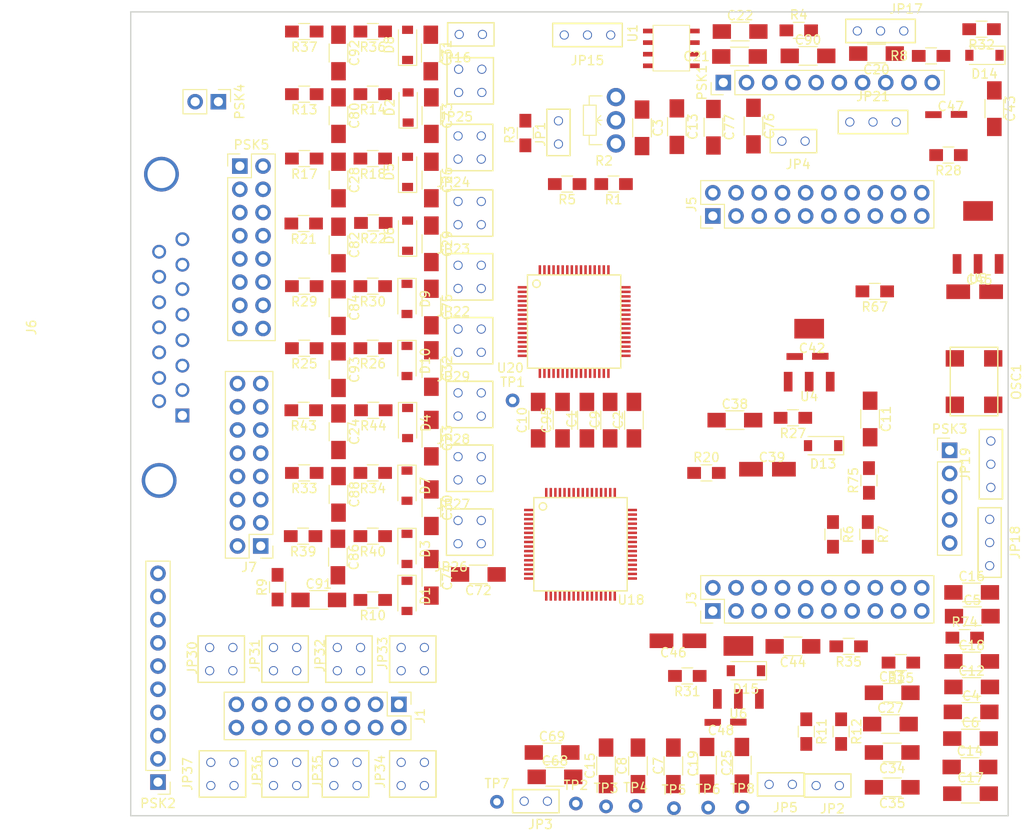
<source format=kicad_pcb>
(kicad_pcb (version 4) (host pcbnew 4.0.6)
  (layers (0 F.Cu signal) (31 B.Cu signal) (34 B.Paste user) (35 F.Paste user) (36 B.SilkS user) (37 F.SilkS user) (38 B.Mask user) (39 F.Mask user) (44 Edge.Cuts user))
  (net 0 "")
  (net 1 "Net-(C1-Pad1)")
  (net 2 AVSS)
  (net 3 "Net-(C2-Pad1)")
  (net 4 "Net-(C13-Pad2)")
  (net 5 AVDD)
  (net 6 DVDD)
  (net 7 AGND)
  (net 8 "Net-(C7-Pad1)")
  (net 9 VREFP)
  (net 10 "Net-(C9-Pad1)")
  (net 11 "Net-(C19-Pad1)")
  (net 12 "Net-(C20-Pad1)")
  (net 13 ECG_RL)
  (net 14 ECG_LA)
  (net 15 "Net-(C24-Pad1)")
  (net 16 "Net-(C25-Pad1)")
  (net 17 ECG_V4)
  (net 18 "Net-(C27-Pad2)")
  (net 19 "Net-(C28-Pad1)")
  (net 20 ECG_V5)
  (net 21 ECG_LL)
  (net 22 ECG_V6)
  (net 23 "Net-(C38-Pad1)")
  (net 24 GND)
  (net 25 5V_Supply)
  (net 26 "Net-(C43-Pad1)")
  (net 27 "Net-(C44-Pad1)")
  (net 28 -15V_Supply)
  (net 29 "Net-(C68-Pad2)")
  (net 30 ECG_V2)
  (net 31 ECG_V3)
  (net 32 ECG_RA)
  (net 33 ECG_V1)
  (net 34 "Net-(C80-Pad1)")
  (net 35 "Net-(C82-Pad1)")
  (net 36 "Net-(C84-Pad1)")
  (net 37 "Net-(C86-Pad1)")
  (net 38 "Net-(C88-Pad1)")
  (net 39 "Net-(C90-Pad2)")
  (net 40 "Net-(C91-Pad1)")
  (net 41 "Net-(C92-Pad1)")
  (net 42 "Net-(C93-Pad1)")
  (net 43 ECG_16N)
  (net 44 ECG_12N)
  (net 45 ECG_16P)
  (net 46 ECG_12P)
  (net 47 ECG_15N)
  (net 48 ECG_11N)
  (net 49 ECG_15P)
  (net 50 ECG_11P)
  (net 51 ECG_14N)
  (net 52 ECG_10N)
  (net 53 ECG_14P)
  (net 54 ECG_10P)
  (net 55 ECG_13N)
  (net 56 ECG_9N)
  (net 57 ECG_13P)
  (net 58 ECG_9P)
  (net 59 ECG_8N)
  (net 60 ECG_4N)
  (net 61 ECG_8P)
  (net 62 ECG_4P)
  (net 63 ECG_7N)
  (net 64 ECG_3N)
  (net 65 ECG_7P)
  (net 66 ECG_3P)
  (net 67 ECG_6N)
  (net 68 ECG_2N)
  (net 69 ECG_6P)
  (net 70 ECG_2P)
  (net 71 ECG_5N)
  (net 72 ECG_1N)
  (net 73 ECG_5P)
  (net 74 ECG_1P)
  (net 75 "Net-(J3-Pad1)")
  (net 76 "Net-(J3-Pad2)")
  (net 77 "Net-(J3-Pad3)")
  (net 78 "Net-(J3-Pad5)")
  (net 79 "Net-(J3-Pad6)")
  (net 80 "Net-(J3-Pad7)")
  (net 81 "Net-(J3-Pad8)")
  (net 82 SPI_DRDY2)
  (net 83 "Net-(J3-Pad10)")
  (net 84 "Net-(J3-Pad11)")
  (net 85 "Net-(J3-Pad12)")
  (net 86 SPI_CLK)
  (net 87 "Net-(J3-Pad14)")
  (net 88 EXT_CLK)
  (net 89 "Net-(J3-Pad16)")
  (net 90 "Net-(J3-Pad17)")
  (net 91 "Net-(J3-Pad18)")
  (net 92 "Net-(J3-Pad19)")
  (net 93 "Net-(J3-Pad20)")
  (net 94 SPI_START)
  (net 95 /RESET)
  (net 96 I/O_6)
  (net 97 SPI_DRDY1)
  (net 98 I/O_7)
  (net 99 SPI_CS1)
  (net 100 I/O_8)
  (net 101 I/O_1)
  (net 102 "Net-(J5-Pad10)")
  (net 103 I/O_2)
  (net 104 SPI_IN)
  (net 105 I/O_3)
  (net 106 SPI_OUT)
  (net 107 I/O_4)
  (net 108 I/O_5)
  (net 109 "Net-(J5-Pad19)")
  (net 110 SPI_CS2)
  (net 111 /ADC1298_ECG_FE/ELEC_V2)
  (net 112 /ADC1298_ECG_FE/ELEC_V3)
  (net 113 /ADC1298_ECG_FE/ELEC_V4)
  (net 114 /ADC1298_ECG_FE/ELEC_V5)
  (net 115 /ADC1298_ECG_FE/ELEC_V6)
  (net 116 /ADC1298_ECG_FE/ELEC_SHD)
  (net 117 "Net-(J6-Pad7)")
  (net 118 "Net-(J6-Pad8)")
  (net 119 /ADC1298_ECG_FE/ELEC_RA)
  (net 120 /ADC1298_ECG_FE/ELEC_LA)
  (net 121 /ADC1298_ECG_FE/ELEC_LL)
  (net 122 /ADC1298_ECG_FE/ELEC_V1)
  (net 123 "Net-(J6-Pad13)")
  (net 124 /ADC1298_ECG_FE/ELEC_RL)
  (net 125 "Net-(J6-Pad15)")
  (net 126 PACEOUT21)
  (net 127 PACEOUT22)
  (net 128 PACEOUT11)
  (net 129 PACEOUT12)
  (net 130 GPIO13)
  (net 131 GPIO22)
  (net 132 GPIO14)
  (net 133 /PWDN)
  (net 134 GPIO24)
  (net 135 GPIO23)
  (net 136 GPIO11)
  (net 137 GPIO12)
  (net 138 DAISY_IN)
  (net 139 GPIO21)
  (net 140 "Net-(JP1-Pad2)")
  (net 141 ECG_SHD_DRV)
  (net 142 /WCT)
  (net 143 "Net-(JP17-Pad2)")
  (net 144 "Net-(JP18-Pad1)")
  (net 145 /CLK)
  (net 146 "Net-(JP19-Pad2)")
  (net 147 CLKSEL)
  (net 148 "Net-(JP30-Pad2)")
  (net 149 "Net-(JP30-Pad4)")
  (net 150 "Net-(JP31-Pad2)")
  (net 151 "Net-(JP31-Pad4)")
  (net 152 "Net-(JP32-Pad2)")
  (net 153 "Net-(JP32-Pad4)")
  (net 154 "Net-(JP33-Pad2)")
  (net 155 "Net-(JP33-Pad4)")
  (net 156 "Net-(JP34-Pad2)")
  (net 157 "Net-(JP34-Pad4)")
  (net 158 "Net-(JP35-Pad2)")
  (net 159 "Net-(JP35-Pad4)")
  (net 160 "Net-(JP36-Pad2)")
  (net 161 "Net-(JP36-Pad4)")
  (net 162 "Net-(JP37-Pad2)")
  (net 163 "Net-(JP37-Pad4)")
  (net 164 "Net-(PSK1-Pad9)")
  (net 165 "Net-(PSK1-Pad10)")
  (net 166 3.3V_Supply)
  (net 167 15V_Supply)
  (net 168 "Net-(PSK4-Pad1)")
  (net 169 "Net-(R1-Pad2)")
  (net 170 "Net-(R3-Pad2)")
  (net 171 "Net-(R4-Pad1)")
  (net 172 "Net-(R5-Pad2)")
  (net 173 "Net-(U18-Pad64)")
  (net 174 "Net-(U18-Pad63)")
  (net 175 "Net-(U18-Pad62)")
  (net 176 "Net-(U18-Pad60)")
  (net 177 "Net-(U18-Pad43)")
  (net 178 "Net-(U18-Pad27)")
  (net 179 "Net-(U18-Pad29)")
  (net 180 "Net-(U20-Pad27)")
  (net 181 "Net-(U20-Pad29)")
  (net 182 "Net-(J7-Pad11)")
  (net 183 "Net-(J7-Pad13)")
  (net 184 "Net-(C34-Pad2)")
  (net 185 "Net-(J7-Pad8)")
  (module Jumper:Jumper2x2 (layer F.Cu) (at 78.1685 53.2765)
    (fp_text reference JP23 (at -1.778 3.937) (layer F.SilkS))
    (fp_text value JP2x2 hide)
    (pad 2 thru_hole circle (at 1.27 -1.27) (size 1 1) (drill 0.8) (layers *.Cu *.Mask) (net 63 ECG_7N))
    (pad 4 thru_hole circle (at 1.27 1.27) (size 1 1) (drill 0.8) (layers *.Cu *.Mask) (net 65 ECG_7P))
    (pad 3 thru_hole circle (at -1.27 1.27) (size 1 1) (drill 0.8) (layers *.Cu *.Mask) (net 20 ECG_V5))
    (pad 1 thru_hole circle (at -1.27 -1.27) (size 1 1) (drill 0.8) (layers *.Cu *.Mask) (net 142 /WCT))
  )
  (module Capacitors_SMD:C_1206_HandSoldering (layer F.Cu) (at 73.9775 85.5345 270)
    (fp_text reference C30 (at 0 -1.75 270) (layer F.SilkS))
    (fp_text value 47pF)
    (pad 1 smd rect (at -2 0 270) (size 2 1.6) (layers F.Cu F.Paste F.Mask) (net 21 ECG_LL))
    (pad 2 smd rect (at 2 0 270) (size 2 1.6) (layers F.Cu F.Paste F.Mask) (net 7 AGND))
  )
  (module Jumper:Jumper2x2 (layer F.Cu) (at 78.1685 88.2015)
    (fp_text reference JP26 (at -2.032 3.81) (layer F.SilkS))
    (fp_text value JP2x2 hide)
    (pad 2 thru_hole circle (at 1.27 -1.27) (size 1 1) (drill 0.8) (layers *.Cu *.Mask) (net 60 ECG_4N))
    (pad 4 thru_hole circle (at 1.27 1.27) (size 1 1) (drill 0.8) (layers *.Cu *.Mask) (net 62 ECG_4P))
    (pad 3 thru_hole circle (at -1.27 1.27) (size 1 1) (drill 0.8) (layers *.Cu *.Mask) (net 30 ECG_V2))
    (pad 1 thru_hole circle (at -1.27 -1.27) (size 1 1) (drill 0.8) (layers *.Cu *.Mask) (net 142 /WCT))
  )
  (module Jumper:Jumper2x2 (layer F.Cu) (at 78.1685 81.2165)
    (fp_text reference JP27 (at -1.778 3.937) (layer F.SilkS))
    (fp_text value JP2x2 hide)
    (pad 2 thru_hole circle (at 1.27 -1.27) (size 1 1) (drill 0.8) (layers *.Cu *.Mask) (net 64 ECG_3N))
    (pad 4 thru_hole circle (at 1.27 1.27) (size 1 1) (drill 0.8) (layers *.Cu *.Mask) (net 66 ECG_3P))
    (pad 3 thru_hole circle (at -1.27 1.27) (size 1 1) (drill 0.8) (layers *.Cu *.Mask) (net 21 ECG_LL))
    (pad 1 thru_hole circle (at -1.27 -1.27) (size 1 1) (drill 0.8) (layers *.Cu *.Mask) (net 32 ECG_RA))
  )
  (module Jumper:Jumper2x2 (layer F.Cu) (at 78.1685 74.2315)
    (fp_text reference JP28 (at -1.778 3.81) (layer F.SilkS))
    (fp_text value JP2x2 hide)
    (pad 2 thru_hole circle (at 1.27 -1.27) (size 1 1) (drill 0.8) (layers *.Cu *.Mask) (net 68 ECG_2N))
    (pad 4 thru_hole circle (at 1.27 1.27) (size 1 1) (drill 0.8) (layers *.Cu *.Mask) (net 70 ECG_2P))
    (pad 3 thru_hole circle (at -1.27 1.27) (size 1 1) (drill 0.8) (layers *.Cu *.Mask) (net 14 ECG_LA))
    (pad 1 thru_hole circle (at -1.27 -1.27) (size 1 1) (drill 0.8) (layers *.Cu *.Mask) (net 32 ECG_RA))
  )
  (module Jumper:Jumper2x2 (layer F.Cu) (at 78.1685 67.2465)
    (fp_text reference JP29 (at -1.778 3.937) (layer F.SilkS))
    (fp_text value JP2x2 hide)
    (pad 2 thru_hole circle (at 1.27 -1.27) (size 1 1) (drill 0.8) (layers *.Cu *.Mask) (net 72 ECG_1N))
    (pad 4 thru_hole circle (at 1.27 1.27) (size 1 1) (drill 0.8) (layers *.Cu *.Mask) (net 74 ECG_1P))
    (pad 3 thru_hole circle (at -1.27 1.27) (size 1 1) (drill 0.8) (layers *.Cu *.Mask) (net 22 ECG_V6))
    (pad 1 thru_hole circle (at -1.27 -1.27) (size 1 1) (drill 0.8) (layers *.Cu *.Mask) (net 142 /WCT))
  )
  (module Jumper:Jumper2x2 (layer F.Cu) (at 78.232 38.7985)
    (fp_text reference JP25 (at -1.524 3.937) (layer F.SilkS))
    (fp_text value JP2x2 hide)
    (pad 2 thru_hole circle (at 1.27 -1.27) (size 1 1) (drill 0.8) (layers *.Cu *.Mask) (net 71 ECG_5N))
    (pad 4 thru_hole circle (at 1.27 1.27) (size 1 1) (drill 0.8) (layers *.Cu *.Mask) (net 73 ECG_5P))
    (pad 3 thru_hole circle (at -1.27 1.27) (size 1 1) (drill 0.8) (layers *.Cu *.Mask) (net 31 ECG_V3))
    (pad 1 thru_hole circle (at -1.27 -1.27) (size 1 1) (drill 0.8) (layers *.Cu *.Mask) (net 142 /WCT))
  )
  (module Connectors:DB15FC (layer F.Cu) (at 46.736 75.438 90)
    (fp_text reference J6 (at 9.65 -16.51 90) (layer F.SilkS))
    (fp_text value DB15_F-RA)
    (pad "" thru_hole circle (at 26.42 -2.29 90) (size 3.81 3.81) (drill 3.05) (layers *.Cu *.Mask))
    (pad "" thru_hole circle (at -7.11 -2.54 90) (size 3.81 3.81) (drill 3.05) (layers *.Cu *.Mask))
    (pad 1 thru_hole rect (at 0 0 90) (size 1.52 1.52) (drill 1.02) (layers *.Cu *.Mask) (net 111 /ADC1298_ECG_FE/ELEC_V2))
    (pad 2 thru_hole circle (at 2.79 0 90) (size 1.52 1.52) (drill 1.02) (layers *.Cu *.Mask) (net 112 /ADC1298_ECG_FE/ELEC_V3))
    (pad 3 thru_hole circle (at 5.46 0 90) (size 1.52 1.52) (drill 1.02) (layers *.Cu *.Mask) (net 113 /ADC1298_ECG_FE/ELEC_V4))
    (pad 4 thru_hole circle (at 8.25 0 90) (size 1.52 1.52) (drill 1.02) (layers *.Cu *.Mask) (net 114 /ADC1298_ECG_FE/ELEC_V5))
    (pad 5 thru_hole circle (at 11.05 0 90) (size 1.52 1.52) (drill 1.02) (layers *.Cu *.Mask) (net 115 /ADC1298_ECG_FE/ELEC_V6))
    (pad 6 thru_hole circle (at 13.84 0 90) (size 1.52 1.52) (drill 1.02) (layers *.Cu *.Mask) (net 116 /ADC1298_ECG_FE/ELEC_SHD))
    (pad 7 thru_hole circle (at 16.51 0 90) (size 1.52 1.52) (drill 1.02) (layers *.Cu *.Mask) (net 117 "Net-(J6-Pad7)"))
    (pad 8 thru_hole circle (at 19.3 0 90) (size 1.52 1.52) (drill 1.02) (layers *.Cu *.Mask) (net 118 "Net-(J6-Pad8)"))
    (pad 9 thru_hole circle (at 1.57 -2.54 90) (size 1.52 1.52) (drill 1.02) (layers *.Cu *.Mask) (net 119 /ADC1298_ECG_FE/ELEC_RA))
    (pad 10 thru_hole circle (at 4.11 -2.54 90) (size 1.52 1.52) (drill 1.02) (layers *.Cu *.Mask) (net 120 /ADC1298_ECG_FE/ELEC_LA))
    (pad 11 thru_hole circle (at 6.91 -2.54 90) (size 1.52 1.52) (drill 1.02) (layers *.Cu *.Mask) (net 121 /ADC1298_ECG_FE/ELEC_LL))
    (pad 12 thru_hole circle (at 9.65 -2.54 90) (size 1.52 1.52) (drill 1.02) (layers *.Cu *.Mask) (net 122 /ADC1298_ECG_FE/ELEC_V1))
    (pad 13 thru_hole circle (at 12.4 -2.54 90) (size 1.52 1.52) (drill 1.02) (layers *.Cu *.Mask) (net 123 "Net-(J6-Pad13)"))
    (pad 14 thru_hole circle (at 15.19 -2.54 90) (size 1.52 1.52) (drill 1.02) (layers *.Cu *.Mask) (net 124 /ADC1298_ECG_FE/ELEC_RL))
    (pad 15 thru_hole circle (at 17.93 -2.54 90) (size 1.52 1.52) (drill 1.02) (layers *.Cu *.Mask) (net 125 "Net-(J6-Pad15)"))
  )
  (module Capacitors_SMD:C_1206_HandSoldering (layer F.Cu) (at 73.9775 77.9145 270)
    (fp_text reference C23 (at 0 -1.75 270) (layer F.SilkS))
    (fp_text value 47pF)
    (pad 1 smd rect (at -2 0 270) (size 2 1.6) (layers F.Cu F.Paste F.Mask) (net 14 ECG_LA))
    (pad 2 smd rect (at 2 0 270) (size 2 1.6) (layers F.Cu F.Paste F.Mask) (net 7 AGND))
  )
  (module Capacitors_SMD:C_1206_HandSoldering (layer F.Cu) (at 90.9955 75.946 270)
    (fp_text reference C1 (at -0.127 1.651 270) (layer F.SilkS))
    (fp_text value 1uF)
    (pad 1 smd rect (at -2 0 270) (size 2 1.6) (layers F.Cu F.Paste F.Mask) (net 1 "Net-(C1-Pad1)"))
    (pad 2 smd rect (at 2 0 270) (size 2 1.6) (layers F.Cu F.Paste F.Mask) (net 2 AVSS))
  )
  (module Capacitors_SMD:C_1206_HandSoldering (layer F.Cu) (at 96.139 75.946 270)
    (fp_text reference C2 (at 0 1.7145 270) (layer F.SilkS))
    (fp_text value 1uF)
    (pad 1 smd rect (at -2 0 270) (size 2 1.6) (layers F.Cu F.Paste F.Mask) (net 3 "Net-(C2-Pad1)"))
    (pad 2 smd rect (at 2 0 270) (size 2 1.6) (layers F.Cu F.Paste F.Mask) (net 2 AVSS))
  )
  (module Capacitors_SMD:C_1206_HandSoldering (layer F.Cu) (at 97.028 43.942 270)
    (fp_text reference C3 (at 0 -1.75 270) (layer F.SilkS))
    (fp_text value 1uF)
    (pad 1 smd rect (at -2 0 270) (size 2 1.6) (layers F.Cu F.Paste F.Mask) (net 2 AVSS))
    (pad 2 smd rect (at 2 0 270) (size 2 1.6) (layers F.Cu F.Paste F.Mask) (net 4 "Net-(C13-Pad2)"))
  )
  (module Capacitors_SMD:C_1206_HandSoldering (layer F.Cu) (at 133.0325 107.8865)
    (fp_text reference C4 (at 0 -1.75) (layer F.SilkS))
    (fp_text value 1uF)
    (pad 1 smd rect (at -2 0) (size 2 1.6) (layers F.Cu F.Paste F.Mask) (net 5 AVDD))
    (pad 2 smd rect (at 2 0) (size 2 1.6) (layers F.Cu F.Paste F.Mask) (net 2 AVSS))
  )
  (module Capacitors_SMD:C_1206_HandSoldering (layer F.Cu) (at 133.1595 97.409)
    (fp_text reference C5 (at 0 -1.75) (layer F.SilkS))
    (fp_text value 1uF)
    (pad 1 smd rect (at -2 0) (size 2 1.6) (layers F.Cu F.Paste F.Mask) (net 6 DVDD))
    (pad 2 smd rect (at 2 0) (size 2 1.6) (layers F.Cu F.Paste F.Mask) (net 7 AGND))
  )
  (module Capacitors_SMD:C_1206_HandSoldering (layer F.Cu) (at 132.969 110.8075)
    (fp_text reference C6 (at 0 -1.75) (layer F.SilkS))
    (fp_text value 1uF)
    (pad 1 smd rect (at -2 0) (size 2 1.6) (layers F.Cu F.Paste F.Mask) (net 5 AVDD))
    (pad 2 smd rect (at 2 0) (size 2 1.6) (layers F.Cu F.Paste F.Mask) (net 2 AVSS))
  )
  (module Capacitors_SMD:C_1206_HandSoldering (layer F.Cu) (at 100.457 113.792 270)
    (fp_text reference C7 (at 0 1.651 270) (layer F.SilkS))
    (fp_text value 1uF)
    (pad 1 smd rect (at -2 0 270) (size 2 1.6) (layers F.Cu F.Paste F.Mask) (net 8 "Net-(C7-Pad1)"))
    (pad 2 smd rect (at 2 0 270) (size 2 1.6) (layers F.Cu F.Paste F.Mask) (net 2 AVSS))
  )
  (module Capacitors_SMD:C_1206_HandSoldering (layer F.Cu) (at 96.5835 113.792 90)
    (fp_text reference C8 (at 0 -1.75 90) (layer F.SilkS))
    (fp_text value 10uF)
    (pad 1 smd rect (at -2 0 90) (size 2 1.6) (layers F.Cu F.Paste F.Mask) (net 2 AVSS))
    (pad 2 smd rect (at 2 0 90) (size 2 1.6) (layers F.Cu F.Paste F.Mask) (net 9 VREFP))
  )
  (module Capacitors_SMD:C_1206_HandSoldering (layer F.Cu) (at 93.5355 75.946 270)
    (fp_text reference C9 (at -0.0635 1.651 270) (layer F.SilkS))
    (fp_text value 22uF)
    (pad 1 smd rect (at -2 0 270) (size 2 1.6) (layers F.Cu F.Paste F.Mask) (net 10 "Net-(C9-Pad1)"))
    (pad 2 smd rect (at 2 0 270) (size 2 1.6) (layers F.Cu F.Paste F.Mask) (net 2 AVSS))
  )
  (module Capacitors_SMD:C_1206_HandSoldering (layer F.Cu) (at 85.6615 75.946 90)
    (fp_text reference C10 (at 0 -1.75 90) (layer F.SilkS))
    (fp_text value 0.1uF)
    (pad 1 smd rect (at -2 0 90) (size 2 1.6) (layers F.Cu F.Paste F.Mask) (net 2 AVSS))
    (pad 2 smd rect (at 2 0 90) (size 2 1.6) (layers F.Cu F.Paste F.Mask) (net 9 VREFP))
  )
  (module Capacitors_SMD:C_1206_HandSoldering (layer F.Cu) (at 121.9835 75.819 270)
    (fp_text reference C11 (at 0 -1.75 270) (layer F.SilkS))
    (fp_text value 1uF)
    (pad 1 smd rect (at -2 0 270) (size 2 1.6) (layers F.Cu F.Paste F.Mask) (net 6 DVDD))
    (pad 2 smd rect (at 2 0 270) (size 2 1.6) (layers F.Cu F.Paste F.Mask) (net 7 AGND))
  )
  (module Capacitors_SMD:C_1206_HandSoldering (layer F.Cu) (at 133.096 105.156)
    (fp_text reference C12 (at 0 -1.75) (layer F.SilkS))
    (fp_text value 0.1uF)
    (pad 1 smd rect (at -2 0) (size 2 1.6) (layers F.Cu F.Paste F.Mask) (net 6 DVDD))
    (pad 2 smd rect (at 2 0) (size 2 1.6) (layers F.Cu F.Paste F.Mask) (net 7 AGND))
  )
  (module Capacitors_SMD:C_1206_HandSoldering (layer F.Cu) (at 100.838 43.815 270)
    (fp_text reference C13 (at 0 -1.75 270) (layer F.SilkS))
    (fp_text value 0.1uF)
    (pad 1 smd rect (at -2 0 270) (size 2 1.6) (layers F.Cu F.Paste F.Mask) (net 2 AVSS))
    (pad 2 smd rect (at 2 0 270) (size 2 1.6) (layers F.Cu F.Paste F.Mask) (net 4 "Net-(C13-Pad2)"))
  )
  (module Capacitors_SMD:C_1206_HandSoldering (layer F.Cu) (at 132.9055 113.919)
    (fp_text reference C14 (at 0 -1.75) (layer F.SilkS))
    (fp_text value 0.1uF)
    (pad 1 smd rect (at -2 0) (size 2 1.6) (layers F.Cu F.Paste F.Mask) (net 5 AVDD))
    (pad 2 smd rect (at 2 0) (size 2 1.6) (layers F.Cu F.Paste F.Mask) (net 2 AVSS))
  )
  (module Capacitors_SMD:C_1206_HandSoldering (layer F.Cu) (at 93.091 113.792 90)
    (fp_text reference C15 (at 0 -1.75 90) (layer F.SilkS))
    (fp_text value 0.1uF)
    (pad 1 smd rect (at -2 0 90) (size 2 1.6) (layers F.Cu F.Paste F.Mask) (net 2 AVSS))
    (pad 2 smd rect (at 2 0 90) (size 2 1.6) (layers F.Cu F.Paste F.Mask) (net 9 VREFP))
  )
  (module Capacitors_SMD:C_1206_HandSoldering (layer F.Cu) (at 133.096 94.8055)
    (fp_text reference C16 (at 0 -1.75) (layer F.SilkS))
    (fp_text value 0.1uF)
    (pad 1 smd rect (at -2 0) (size 2 1.6) (layers F.Cu F.Paste F.Mask) (net 5 AVDD))
    (pad 2 smd rect (at 2 0) (size 2 1.6) (layers F.Cu F.Paste F.Mask) (net 2 AVSS))
  )
  (module Capacitors_SMD:C_1206_HandSoldering (layer F.Cu) (at 132.969 116.84)
    (fp_text reference C17 (at 0 -1.75) (layer F.SilkS))
    (fp_text value 1uF)
    (pad 1 smd rect (at -2 0) (size 2 1.6) (layers F.Cu F.Paste F.Mask) (net 5 AVDD))
    (pad 2 smd rect (at 2 0) (size 2 1.6) (layers F.Cu F.Paste F.Mask) (net 7 AGND))
  )
  (module Capacitors_SMD:C_1206_HandSoldering (layer F.Cu) (at 133.096 102.362)
    (fp_text reference C18 (at 0 -1.75) (layer F.SilkS))
    (fp_text value 0.1uF)
    (pad 1 smd rect (at -2 0) (size 2 1.6) (layers F.Cu F.Paste F.Mask) (net 5 AVDD))
    (pad 2 smd rect (at 2 0) (size 2 1.6) (layers F.Cu F.Paste F.Mask) (net 7 AGND))
  )
  (module Capacitors_SMD:C_1206_HandSoldering (layer F.Cu) (at 104.14 113.7285 270)
    (fp_text reference C19 (at -0.1905 1.524 270) (layer F.SilkS))
    (fp_text value 22uF)
    (pad 1 smd rect (at -2 0 270) (size 2 1.6) (layers F.Cu F.Paste F.Mask) (net 11 "Net-(C19-Pad1)"))
    (pad 2 smd rect (at 2 0 270) (size 2 1.6) (layers F.Cu F.Paste F.Mask) (net 2 AVSS))
  )
  (module Capacitors_SMD:C_1206_HandSoldering (layer F.Cu) (at 122.682 35.814 180)
    (fp_text reference C20 (at 0 -1.75 180) (layer F.SilkS))
    (fp_text value 0.01uF)
    (pad 1 smd rect (at -2 0 180) (size 2 1.6) (layers F.Cu F.Paste F.Mask) (net 12 "Net-(C20-Pad1)"))
    (pad 2 smd rect (at 2 0 180) (size 2 1.6) (layers F.Cu F.Paste F.Mask) (net 13 ECG_RL))
  )
  (module Capacitors_SMD:C_1206_HandSoldering (layer F.Cu) (at 107.696 36.1315)
    (fp_text reference C21 (at -4.699 0) (layer F.SilkS))
    (fp_text value NI)
    (pad 1 smd rect (at -2 0) (size 2 1.6) (layers F.Cu F.Paste F.Mask) (net 7 AGND))
    (pad 2 smd rect (at 2 0) (size 2 1.6) (layers F.Cu F.Paste F.Mask) (net 5 AVDD))
  )
  (module Capacitors_SMD:C_1206_HandSoldering (layer F.Cu) (at 107.7595 33.401)
    (fp_text reference C22 (at 0 -1.75) (layer F.SilkS))
    (fp_text value NI)
    (pad 1 smd rect (at -2 0) (size 2 1.6) (layers F.Cu F.Paste F.Mask) (net 7 AGND))
    (pad 2 smd rect (at 2 0) (size 2 1.6) (layers F.Cu F.Paste F.Mask) (net 2 AVSS))
  )
  (module Capacitors_SMD:C_1206_HandSoldering (layer F.Cu) (at 63.8175 77.216 270)
    (fp_text reference C24 (at 0 -1.75 270) (layer F.SilkS))
    (fp_text value 47pF)
    (pad 1 smd rect (at -2 0 270) (size 2 1.6) (layers F.Cu F.Paste F.Mask) (net 15 "Net-(C24-Pad1)"))
    (pad 2 smd rect (at 2 0 270) (size 2 1.6) (layers F.Cu F.Paste F.Mask) (net 7 AGND))
  )
  (module Capacitors_SMD:C_1206_HandSoldering (layer F.Cu) (at 107.95 113.7285 270)
    (fp_text reference C25 (at -0.254 1.651 270) (layer F.SilkS))
    (fp_text value 1uF)
    (pad 1 smd rect (at -2 0 270) (size 2 1.6) (layers F.Cu F.Paste F.Mask) (net 16 "Net-(C25-Pad1)"))
    (pad 2 smd rect (at 2 0 270) (size 2 1.6) (layers F.Cu F.Paste F.Mask) (net 2 AVSS))
  )
  (module Capacitors_SMD:C_1206_HandSoldering (layer F.Cu) (at 73.9775 49.657 270)
    (fp_text reference C26 (at 0 -1.75 270) (layer F.SilkS))
    (fp_text value 47pF)
    (pad 1 smd rect (at -2 0 270) (size 2 1.6) (layers F.Cu F.Paste F.Mask) (net 17 ECG_V4))
    (pad 2 smd rect (at 2 0 270) (size 2 1.6) (layers F.Cu F.Paste F.Mask) (net 7 AGND))
  )
  (module Capacitors_SMD:C_1206_HandSoldering (layer F.Cu) (at 124.206 109.22)
    (fp_text reference C27 (at 0 -1.75) (layer F.SilkS))
    (fp_text value 100uF)
    (pad 1 smd rect (at -2 0) (size 2 1.6) (layers F.Cu F.Paste F.Mask) (net 166 3.3V_Supply))
    (pad 2 smd rect (at 2 0) (size 2 1.6) (layers F.Cu F.Paste F.Mask) (net 18 "Net-(C27-Pad2)"))
  )
  (module Capacitors_SMD:C_1206_HandSoldering (layer F.Cu) (at 63.8175 49.657 270)
    (fp_text reference C28 (at 0 -1.75 270) (layer F.SilkS))
    (fp_text value 47pF)
    (pad 1 smd rect (at -2 0 270) (size 2 1.6) (layers F.Cu F.Paste F.Mask) (net 19 "Net-(C28-Pad1)"))
    (pad 2 smd rect (at 2 0 270) (size 2 1.6) (layers F.Cu F.Paste F.Mask) (net 7 AGND))
  )
  (module Capacitors_SMD:C_1206_HandSoldering (layer F.Cu) (at 73.9775 56.642 270)
    (fp_text reference C29 (at 0 -1.75 270) (layer F.SilkS))
    (fp_text value 47pF)
    (pad 1 smd rect (at -2 0 270) (size 2 1.6) (layers F.Cu F.Paste F.Mask) (net 20 ECG_V5))
    (pad 2 smd rect (at 2 0 270) (size 2 1.6) (layers F.Cu F.Paste F.Mask) (net 7 AGND))
  )
  (module Capacitors_SMD:C_1206_HandSoldering (layer F.Cu) (at 73.914 35.7505 270)
    (fp_text reference C31 (at 0 -1.75 270) (layer F.SilkS))
    (fp_text value 47pF)
    (pad 1 smd rect (at -2 0 270) (size 2 1.6) (layers F.Cu F.Paste F.Mask) (net 13 ECG_RL))
    (pad 2 smd rect (at 2 0 270) (size 2 1.6) (layers F.Cu F.Paste F.Mask) (net 7 AGND))
  )
  (module Capacitors_SMD:C_1206_HandSoldering (layer F.Cu) (at 73.9775 70.2945 270)
    (fp_text reference C32 (at 0 -1.75 270) (layer F.SilkS))
    (fp_text value 47pF)
    (pad 1 smd rect (at -2 0 270) (size 2 1.6) (layers F.Cu F.Paste F.Mask) (net 22 ECG_V6))
    (pad 2 smd rect (at 2 0 270) (size 2 1.6) (layers F.Cu F.Paste F.Mask) (net 7 AGND))
  )
  (module Capacitors_SMD:C_1206_HandSoldering (layer F.Cu) (at 124.3965 105.791)
    (fp_text reference C33 (at 0 -1.75) (layer F.SilkS))
    (fp_text value 0.1uF)
    (pad 1 smd rect (at -2 0) (size 2 1.6) (layers F.Cu F.Paste F.Mask) (net 166 3.3V_Supply))
    (pad 2 smd rect (at 2 0) (size 2 1.6) (layers F.Cu F.Paste F.Mask) (net 18 "Net-(C27-Pad2)"))
  )
  (module Capacitors_SMD:C_1206_HandSoldering (layer F.Cu) (at 107.188 75.946)
    (fp_text reference C38 (at 0 -1.75) (layer F.SilkS))
    (fp_text value 0.1uF)
    (pad 1 smd rect (at -2 0) (size 2 1.6) (layers F.Cu F.Paste F.Mask) (net 23 "Net-(C38-Pad1)"))
    (pad 2 smd rect (at 2 0) (size 2 1.6) (layers F.Cu F.Paste F.Mask) (net 24 GND))
  )
  (module Jumper:4mmx5,5mmSMDElec (layer F.Cu) (at 111.252 80.518 180)
    (fp_text reference C39 (at 0 0.5 180) (layer F.SilkS))
    (fp_text value 0.1uF)
    (pad 2 smd rect (at 2.3 -0.8 180) (size 2.6 1.6) (layers F.Cu F.Paste F.Mask) (net 24 GND))
    (pad 1 smd rect (at -1.3 -0.8 180) (size 2.6 1.6) (layers F.Cu F.Paste F.Mask) (net 25 5V_Supply))
  )
  (module Capacitors_SMD:C_1206_HandSoldering (layer F.Cu) (at 135.5725 41.8465 270)
    (fp_text reference C43 (at 0 -1.75 270) (layer F.SilkS))
    (fp_text value 0.1uF)
    (pad 1 smd rect (at -2 0 270) (size 2 1.6) (layers F.Cu F.Paste F.Mask) (net 26 "Net-(C43-Pad1)"))
    (pad 2 smd rect (at 2 0 270) (size 2 1.6) (layers F.Cu F.Paste F.Mask) (net 24 GND))
  )
  (module Capacitors_SMD:C_1206_HandSoldering (layer F.Cu) (at 113.538 100.711 180)
    (fp_text reference C44 (at 0 -1.75 180) (layer F.SilkS))
    (fp_text value 0.1uF)
    (pad 1 smd rect (at -2 0 180) (size 2 1.6) (layers F.Cu F.Paste F.Mask) (net 27 "Net-(C44-Pad1)"))
    (pad 2 smd rect (at 2 0 180) (size 2 1.6) (layers F.Cu F.Paste F.Mask) (net 24 GND))
  )
  (module Capacitors_SMD:C_1206_HandSoldering (layer F.Cu) (at 87.503 114.9985)
    (fp_text reference C68 (at 0 -1.75) (layer F.SilkS))
    (fp_text value 100uF)
    (pad 1 smd rect (at -2 0) (size 2 1.6) (layers F.Cu F.Paste F.Mask) (net 25 5V_Supply))
    (pad 2 smd rect (at 2 0) (size 2 1.6) (layers F.Cu F.Paste F.Mask) (net 29 "Net-(C68-Pad2)"))
  )
  (module Capacitors_SMD:C_1206_HandSoldering (layer F.Cu) (at 87.1855 112.3315)
    (fp_text reference C69 (at 0 -1.75) (layer F.SilkS))
    (fp_text value 0.1uF)
    (pad 1 smd rect (at -2 0) (size 2 1.6) (layers F.Cu F.Paste F.Mask) (net 25 5V_Supply))
    (pad 2 smd rect (at 2 0) (size 2 1.6) (layers F.Cu F.Paste F.Mask) (net 29 "Net-(C68-Pad2)"))
  )
  (module Capacitors_SMD:C_1206_HandSoldering (layer F.Cu) (at 79.121 92.837 180)
    (fp_text reference C72 (at 0 -1.75 180) (layer F.SilkS))
    (fp_text value 47pF)
    (pad 1 smd rect (at -2 0 180) (size 2 1.6) (layers F.Cu F.Paste F.Mask) (net 30 ECG_V2))
    (pad 2 smd rect (at 2 0 180) (size 2 1.6) (layers F.Cu F.Paste F.Mask) (net 7 AGND))
  )
  (module Capacitors_SMD:C_1206_HandSoldering (layer F.Cu) (at 73.9775 42.6085 270)
    (fp_text reference C73 (at 0 -1.75 270) (layer F.SilkS))
    (fp_text value 47pF)
    (pad 1 smd rect (at -2 0 270) (size 2 1.6) (layers F.Cu F.Paste F.Mask) (net 31 ECG_V3))
    (pad 2 smd rect (at 2 0 270) (size 2 1.6) (layers F.Cu F.Paste F.Mask) (net 7 AGND))
  )
  (module Capacitors_SMD:C_1206_HandSoldering (layer F.Cu) (at 73.9775 93.1545 270)
    (fp_text reference C74 (at 0 -1.75 270) (layer F.SilkS))
    (fp_text value 47pF)
    (pad 1 smd rect (at -2 0 270) (size 2 1.6) (layers F.Cu F.Paste F.Mask) (net 32 ECG_RA))
    (pad 2 smd rect (at 2 0 270) (size 2 1.6) (layers F.Cu F.Paste F.Mask) (net 7 AGND))
  )
  (module Capacitors_SMD:C_1206_HandSoldering (layer F.Cu) (at 73.9775 63.5635 270)
    (fp_text reference C75 (at 0 -1.75 270) (layer F.SilkS))
    (fp_text value 47pF)
    (pad 1 smd rect (at -2 0 270) (size 2 1.6) (layers F.Cu F.Paste F.Mask) (net 33 ECG_V1))
    (pad 2 smd rect (at 2 0 270) (size 2 1.6) (layers F.Cu F.Paste F.Mask) (net 7 AGND))
  )
  (module Capacitors_SMD:C_1206_HandSoldering (layer F.Cu) (at 109.22 43.7515 270)
    (fp_text reference C76 (at 0 -1.75 270) (layer F.SilkS))
    (fp_text value 1uF)
    (pad 1 smd rect (at -2 0 270) (size 2 1.6) (layers F.Cu F.Paste F.Mask) (net 2 AVSS))
    (pad 2 smd rect (at 2 0 270) (size 2 1.6) (layers F.Cu F.Paste F.Mask) (net 7 AGND))
  )
  (module Capacitors_SMD:C_1206_HandSoldering (layer F.Cu) (at 104.8385 43.8785 270)
    (fp_text reference C77 (at 0 -1.75 270) (layer F.SilkS))
    (fp_text value 1uF)
    (pad 1 smd rect (at -2 0 270) (size 2 1.6) (layers F.Cu F.Paste F.Mask) (net 2 AVSS))
    (pad 2 smd rect (at 2 0 270) (size 2 1.6) (layers F.Cu F.Paste F.Mask) (net 7 AGND))
  )
  (module Capacitors_SMD:C_1206_HandSoldering (layer F.Cu) (at 63.8175 42.6085 270)
    (fp_text reference C80 (at 0 -1.75 270) (layer F.SilkS))
    (fp_text value 47pF)
    (pad 1 smd rect (at -2 0 270) (size 2 1.6) (layers F.Cu F.Paste F.Mask) (net 34 "Net-(C80-Pad1)"))
    (pad 2 smd rect (at 2 0 270) (size 2 1.6) (layers F.Cu F.Paste F.Mask) (net 7 AGND))
  )
  (module Capacitors_SMD:C_1206_HandSoldering (layer F.Cu) (at 63.8175 56.769 270)
    (fp_text reference C82 (at 0 -1.75 270) (layer F.SilkS))
    (fp_text value 47pF)
    (pad 1 smd rect (at -2 0 270) (size 2 1.6) (layers F.Cu F.Paste F.Mask) (net 35 "Net-(C82-Pad1)"))
    (pad 2 smd rect (at 2 0 270) (size 2 1.6) (layers F.Cu F.Paste F.Mask) (net 7 AGND))
  )
  (module Capacitors_SMD:C_1206_HandSoldering (layer F.Cu) (at 63.8175 63.627 270)
    (fp_text reference C84 (at 0 -1.75 270) (layer F.SilkS))
    (fp_text value 47pF)
    (pad 1 smd rect (at -2 0 270) (size 2 1.6) (layers F.Cu F.Paste F.Mask) (net 36 "Net-(C84-Pad1)"))
    (pad 2 smd rect (at 2 0 270) (size 2 1.6) (layers F.Cu F.Paste F.Mask) (net 7 AGND))
  )
  (module Capacitors_SMD:C_1206_HandSoldering (layer F.Cu) (at 63.754 90.932 270)
    (fp_text reference C86 (at 0 -1.75 270) (layer F.SilkS))
    (fp_text value 47pF)
    (pad 1 smd rect (at -2 0 270) (size 2 1.6) (layers F.Cu F.Paste F.Mask) (net 37 "Net-(C86-Pad1)"))
    (pad 2 smd rect (at 2 0 270) (size 2 1.6) (layers F.Cu F.Paste F.Mask) (net 7 AGND))
  )
  (module Capacitors_SMD:C_1206_HandSoldering (layer F.Cu) (at 63.8175 84.074 270)
    (fp_text reference C88 (at 0 -1.75 270) (layer F.SilkS))
    (fp_text value 47pF)
    (pad 1 smd rect (at -2 0 270) (size 2 1.6) (layers F.Cu F.Paste F.Mask) (net 38 "Net-(C88-Pad1)"))
    (pad 2 smd rect (at 2 0 270) (size 2 1.6) (layers F.Cu F.Paste F.Mask) (net 7 AGND))
  )
  (module Capacitors_SMD:C_1206_HandSoldering (layer F.Cu) (at 115.189 36.068)
    (fp_text reference C90 (at 0 -1.75) (layer F.SilkS))
    (fp_text value 100pF)
    (pad 1 smd rect (at -2 0) (size 2 1.6) (layers F.Cu F.Paste F.Mask) (net 2 AVSS))
    (pad 2 smd rect (at 2 0) (size 2 1.6) (layers F.Cu F.Paste F.Mask) (net 39 "Net-(C90-Pad2)"))
  )
  (module Capacitors_SMD:C_1206_HandSoldering (layer F.Cu) (at 61.6585 95.631)
    (fp_text reference C91 (at 0 -1.75) (layer F.SilkS))
    (fp_text value 47pF)
    (pad 1 smd rect (at -2 0) (size 2 1.6) (layers F.Cu F.Paste F.Mask) (net 40 "Net-(C91-Pad1)"))
    (pad 2 smd rect (at 2 0) (size 2 1.6) (layers F.Cu F.Paste F.Mask) (net 7 AGND))
  )
  (module Capacitors_SMD:C_1206_HandSoldering (layer F.Cu) (at 63.8175 35.7505 270)
    (fp_text reference C92 (at 0 -1.75 270) (layer F.SilkS))
    (fp_text value 47pF)
    (pad 1 smd rect (at -2 0 270) (size 2 1.6) (layers F.Cu F.Paste F.Mask) (net 41 "Net-(C92-Pad1)"))
    (pad 2 smd rect (at 2 0 270) (size 2 1.6) (layers F.Cu F.Paste F.Mask) (net 7 AGND))
  )
  (module Capacitors_SMD:C_1206_HandSoldering (layer F.Cu) (at 63.8175 70.4215 270)
    (fp_text reference C93 (at 0 -1.75 270) (layer F.SilkS))
    (fp_text value 47pF)
    (pad 1 smd rect (at -2 0 270) (size 2 1.6) (layers F.Cu F.Paste F.Mask) (net 42 "Net-(C93-Pad1)"))
    (pad 2 smd rect (at 2 0 270) (size 2 1.6) (layers F.Cu F.Paste F.Mask) (net 7 AGND))
  )
  (module Capacitors_SMD:C_1206_HandSoldering (layer F.Cu) (at 88.3285 75.946 90)
    (fp_text reference C95 (at 0 -1.75 90) (layer F.SilkS))
    (fp_text value 10uF)
    (pad 1 smd rect (at -2 0 90) (size 2 1.6) (layers F.Cu F.Paste F.Mask) (net 2 AVSS))
    (pad 2 smd rect (at 2 0 90) (size 2 1.6) (layers F.Cu F.Paste F.Mask) (net 9 VREFP))
  )
  (module Diodes_SMD:D_SOD-123 (layer F.Cu) (at 71.3105 95.1865 270)
    (fp_text reference D1 (at 0 -2 270) (layer F.SilkS))
    (fp_text value D)
    (pad 1 smd rect (at -1.65 0 270) (size 0.9 1.2) (layers F.Cu F.Paste F.Mask) (net 5 AVDD))
    (pad 2 smd rect (at 1.65 0 270) (size 0.9 1.2) (layers F.Cu F.Paste F.Mask) (net 30 ECG_V2))
  )
  (module Diodes_SMD:D_SOD-123 (layer F.Cu) (at 71.4375 41.7195 90)
    (fp_text reference D2 (at 0 -2 90) (layer F.SilkS))
    (fp_text value D)
    (pad 1 smd rect (at -1.65 0 90) (size 0.9 1.2) (layers F.Cu F.Paste F.Mask) (net 5 AVDD))
    (pad 2 smd rect (at 1.65 0 90) (size 0.9 1.2) (layers F.Cu F.Paste F.Mask) (net 31 ECG_V3))
  )
  (module Diodes_SMD:D_SOD-123 (layer F.Cu) (at 71.3105 90.043 270)
    (fp_text reference D3 (at 0 -2 270) (layer F.SilkS))
    (fp_text value D)
    (pad 1 smd rect (at -1.65 0 270) (size 0.9 1.2) (layers F.Cu F.Paste F.Mask) (net 5 AVDD))
    (pad 2 smd rect (at 1.65 0 270) (size 0.9 1.2) (layers F.Cu F.Paste F.Mask) (net 32 ECG_RA))
  )
  (module Diodes_SMD:D_SOD-123 (layer F.Cu) (at 71.374 76.2635 270)
    (fp_text reference D4 (at 0 -2 270) (layer F.SilkS))
    (fp_text value D)
    (pad 1 smd rect (at -1.65 0 270) (size 0.9 1.2) (layers F.Cu F.Paste F.Mask) (net 5 AVDD))
    (pad 2 smd rect (at 1.65 0 270) (size 0.9 1.2) (layers F.Cu F.Paste F.Mask) (net 14 ECG_LA))
  )
  (module Diodes_SMD:D_SOD-123 (layer F.Cu) (at 71.374 48.768 90)
    (fp_text reference D5 (at 0 -2 90) (layer F.SilkS))
    (fp_text value D)
    (pad 1 smd rect (at -1.65 0 90) (size 0.9 1.2) (layers F.Cu F.Paste F.Mask) (net 5 AVDD))
    (pad 2 smd rect (at 1.65 0 90) (size 0.9 1.2) (layers F.Cu F.Paste F.Mask) (net 17 ECG_V4))
  )
  (module Diodes_SMD:D_SOD-123 (layer F.Cu) (at 71.374 55.753 90)
    (fp_text reference D6 (at 0 -2 90) (layer F.SilkS))
    (fp_text value D)
    (pad 1 smd rect (at -1.65 0 90) (size 0.9 1.2) (layers F.Cu F.Paste F.Mask) (net 5 AVDD))
    (pad 2 smd rect (at 1.65 0 90) (size 0.9 1.2) (layers F.Cu F.Paste F.Mask) (net 20 ECG_V5))
  )
  (module Diodes_SMD:D_SOD-123 (layer F.Cu) (at 71.3105 83.1215 270)
    (fp_text reference D7 (at 0 -2 270) (layer F.SilkS))
    (fp_text value D)
    (pad 1 smd rect (at -1.65 0 270) (size 0.9 1.2) (layers F.Cu F.Paste F.Mask) (net 5 AVDD))
    (pad 2 smd rect (at 1.65 0 270) (size 0.9 1.2) (layers F.Cu F.Paste F.Mask) (net 21 ECG_LL))
  )
  (module Diodes_SMD:D_SOD-123 (layer F.Cu) (at 71.374 34.8615 90)
    (fp_text reference D8 (at 0 -2 90) (layer F.SilkS))
    (fp_text value D)
    (pad 1 smd rect (at -1.65 0 90) (size 0.9 1.2) (layers F.Cu F.Paste F.Mask) (net 5 AVDD))
    (pad 2 smd rect (at 1.65 0 90) (size 0.9 1.2) (layers F.Cu F.Paste F.Mask) (net 13 ECG_RL))
  )
  (module Diodes_SMD:D_SOD-123 (layer F.Cu) (at 71.3105 62.6745 270)
    (fp_text reference D9 (at 0 -2 270) (layer F.SilkS))
    (fp_text value D)
    (pad 1 smd rect (at -1.65 0 270) (size 0.9 1.2) (layers F.Cu F.Paste F.Mask) (net 5 AVDD))
    (pad 2 smd rect (at 1.65 0 270) (size 0.9 1.2) (layers F.Cu F.Paste F.Mask) (net 33 ECG_V1))
  )
  (module Diodes_SMD:D_SOD-123 (layer F.Cu) (at 71.3105 69.469 270)
    (fp_text reference D10 (at 0 -2 270) (layer F.SilkS))
    (fp_text value D)
    (pad 1 smd rect (at -1.65 0 270) (size 0.9 1.2) (layers F.Cu F.Paste F.Mask) (net 5 AVDD))
    (pad 2 smd rect (at 1.65 0 270) (size 0.9 1.2) (layers F.Cu F.Paste F.Mask) (net 22 ECG_V6))
  )
  (module Diodes_SMD:D_SOD-123 (layer F.Cu) (at 116.84 78.74 180)
    (fp_text reference D13 (at 0 -2 180) (layer F.SilkS))
    (fp_text value D)
    (pad 1 smd rect (at -1.65 0 180) (size 0.9 1.2) (layers F.Cu F.Paste F.Mask) (net 25 5V_Supply))
    (pad 2 smd rect (at 1.65 0 180) (size 0.9 1.2) (layers F.Cu F.Paste F.Mask) (net 6 DVDD))
  )
  (module Diodes_SMD:D_SOD-123 (layer F.Cu) (at 134.493 36.0045 180)
    (fp_text reference D14 (at 0 -2.032 180) (layer F.SilkS))
    (fp_text value D)
    (pad 1 smd rect (at -1.65 0 180) (size 0.9 1.2) (layers F.Cu F.Paste F.Mask) (net 25 5V_Supply))
    (pad 2 smd rect (at 1.65 0 180) (size 0.9 1.2) (layers F.Cu F.Paste F.Mask) (net 5 AVDD))
  )
  (module Diodes_SMD:D_SOD-123 (layer F.Cu) (at 108.3945 103.378 180)
    (fp_text reference D15 (at 0 -2 180) (layer F.SilkS))
    (fp_text value D)
    (pad 1 smd rect (at -1.65 0 180) (size 0.9 1.2) (layers F.Cu F.Paste F.Mask) (net 28 -15V_Supply))
    (pad 2 smd rect (at 1.65 0 180) (size 0.9 1.2) (layers F.Cu F.Paste F.Mask) (net 2 AVSS))
  )
  (module Jumper:Jumper1x2 (layer F.Cu) (at 87.884 44.45 270)
    (fp_text reference JP1 (at 0.1905 1.9685 270) (layer F.SilkS))
    (fp_text value Jumper)
    (pad 1 thru_hole circle (at -1.27 0 270) (size 1 1) (drill 0.8) (layers *.Cu *.Mask) (net 13 ECG_RL))
    (pad 2 thru_hole circle (at 1.27 0 270) (size 1 1) (drill 0.8) (layers *.Cu *.Mask) (net 140 "Net-(JP1-Pad2)"))
  )
  (module Jumper:Jumper1x2 (layer F.Cu) (at 117.348 115.951)
    (fp_text reference JP2 (at 0.508 2.54) (layer F.SilkS))
    (fp_text value Jumper)
    (pad 1 thru_hole circle (at -1.27 0) (size 1 1) (drill 0.8) (layers *.Cu *.Mask) (net 75 "Net-(J3-Pad1)"))
    (pad 2 thru_hole circle (at 1.27 0) (size 1 1) (drill 0.8) (layers *.Cu *.Mask) (net 166 3.3V_Supply))
  )
  (module Jumper:Jumper1x2 (layer F.Cu) (at 85.4075 117.6655)
    (fp_text reference JP3 (at 0.508 2.54) (layer F.SilkS))
    (fp_text value Jumper)
    (pad 1 thru_hole circle (at -1.27 0) (size 1 1) (drill 0.8) (layers *.Cu *.Mask) (net 76 "Net-(J3-Pad2)"))
    (pad 2 thru_hole circle (at 1.27 0) (size 1 1) (drill 0.8) (layers *.Cu *.Mask) (net 25 5V_Supply))
  )
  (module Jumper:Jumper1x2 (layer F.Cu) (at 113.6015 45.4025)
    (fp_text reference JP4 (at 0.508 2.54) (layer F.SilkS))
    (fp_text value Jumper)
    (pad 1 thru_hole circle (at -1.27 0) (size 1 1) (drill 0.8) (layers *.Cu *.Mask) (net 133 /PWDN))
    (pad 2 thru_hole circle (at 1.27 0) (size 1 1) (drill 0.8) (layers *.Cu *.Mask) (net 7 AGND))
  )
  (module Jumper:Jumper1x2 (layer F.Cu) (at 112.2045 115.824)
    (fp_text reference JP5 (at 0.508 2.54) (layer F.SilkS))
    (fp_text value Jumper)
    (pad 1 thru_hole circle (at -1.27 0) (size 1 1) (drill 0.8) (layers *.Cu *.Mask) (net 133 /PWDN))
    (pad 2 thru_hole circle (at 1.27 0) (size 1 1) (drill 0.8) (layers *.Cu *.Mask) (net 7 AGND))
  )
  (module Jumper:jumper1x3 (layer F.Cu) (at 91.059 33.782)
    (fp_text reference JP15 (at 0 2.794) (layer F.SilkS))
    (fp_text value Jumper_NC_Dual)
    (pad 1 thru_hole circle (at -2.54 0) (size 1 1) (drill 0.8) (layers *.Cu *.Mask) (net 7 AGND))
    (pad 2 thru_hole circle (at 0 0) (size 1 1) (drill 0.8) (layers *.Cu *.Mask) (net 116 /ADC1298_ECG_FE/ELEC_SHD))
    (pad 3 thru_hole circle (at 2.54 0) (size 1 1) (drill 0.8) (layers *.Cu *.Mask) (net 141 ECG_SHD_DRV))
  )
  (module Jumper:jumper1x3 (layer F.Cu) (at 123.1265 33.3375)
    (fp_text reference JP17 (at 2.794 -2.413) (layer F.SilkS))
    (fp_text value NI)
    (pad 1 thru_hole circle (at -2.54 0) (size 1 1) (drill 0.8) (layers *.Cu *.Mask) (net 13 ECG_RL))
    (pad 2 thru_hole circle (at 0 0) (size 1 1) (drill 0.8) (layers *.Cu *.Mask) (net 143 "Net-(JP17-Pad2)"))
    (pad 3 thru_hole circle (at 2.54 0) (size 1 1) (drill 0.8) (layers *.Cu *.Mask) (net 12 "Net-(C20-Pad1)"))
  )
  (module Jumper:jumper1x3 (layer F.Cu) (at 135.0645 89.3445 90)
    (fp_text reference JP18 (at 0 2.794 90) (layer F.SilkS))
    (fp_text value NI)
    (pad 1 thru_hole circle (at -2.54 0 90) (size 1 1) (drill 0.8) (layers *.Cu *.Mask) (net 144 "Net-(JP18-Pad1)"))
    (pad 2 thru_hole circle (at 0 0 90) (size 1 1) (drill 0.8) (layers *.Cu *.Mask) (net 145 /CLK))
    (pad 3 thru_hole circle (at 2.54 0 90) (size 1 1) (drill 0.8) (layers *.Cu *.Mask) (net 88 EXT_CLK))
  )
  (module Jumper:jumper1x3 (layer F.Cu) (at 135.1915 80.772 270)
    (fp_text reference JP19 (at 0 2.794 270) (layer F.SilkS))
    (fp_text value NI)
    (pad 1 thru_hole circle (at -2.54 0 270) (size 1 1) (drill 0.8) (layers *.Cu *.Mask) (net 6 DVDD))
    (pad 2 thru_hole circle (at 0 0 270) (size 1 1) (drill 0.8) (layers *.Cu *.Mask) (net 146 "Net-(JP19-Pad2)"))
    (pad 3 thru_hole circle (at 2.54 0 270) (size 1 1) (drill 0.8) (layers *.Cu *.Mask) (net 7 AGND))
  )
  (module Jumper:jumper1x3 (layer F.Cu) (at 122.301 43.307 180)
    (fp_text reference JP21 (at 0 2.794 180) (layer F.SilkS))
    (fp_text value Jumper_NC_Dual)
    (pad 1 thru_hole circle (at -2.54 0 180) (size 1 1) (drill 0.8) (layers *.Cu *.Mask) (net 24 GND))
    (pad 2 thru_hole circle (at 0 0 180) (size 1 1) (drill 0.8) (layers *.Cu *.Mask) (net 147 CLKSEL))
    (pad 3 thru_hole circle (at 2.54 0 180) (size 1 1) (drill 0.8) (layers *.Cu *.Mask) (net 109 "Net-(J5-Pad19)"))
  )
  (module Jumper:FXO-HC735 (layer F.Cu) (at 133.4135 71.755 90)
    (fp_text reference OSC1 (at 0 4.572 90) (layer F.SilkS))
    (fp_text value HC735-2.048MHZ)
    (pad 4 smd rect (at -2.51 -2.16 90) (size 1.8 2) (layers F.Cu F.Paste F.Mask) (net 6 DVDD))
    (pad 1 smd rect (at -2.51 2.04 90) (size 1.8 2) (layers F.Cu F.Paste F.Mask) (net 146 "Net-(JP19-Pad2)"))
    (pad 2 smd rect (at 2.57 2.04 90) (size 1.8 2) (layers F.Cu F.Paste F.Mask) (net 7 AGND))
    (pad 3 smd rect (at 2.57 -2.16 90) (size 1.8 2) (layers F.Cu F.Paste F.Mask) (net 144 "Net-(JP18-Pad1)"))
  )
  (module Pin_Headers:Pin_Header_Straight_1x10_Pitch2.54mm (layer F.Cu) (at 105.918 38.989 90)
    (fp_text reference PSK1 (at 0 -2.33 90) (layer F.SilkS))
    (fp_text value CONN_01X10)
    (pad 1 thru_hole rect (at 0 0 90) (size 1.7 1.7) (drill 1) (layers *.Cu *.Mask) (net 101 I/O_1))
    (pad 2 thru_hole oval (at 0 2.54 90) (size 1.7 1.7) (drill 1) (layers *.Cu *.Mask) (net 103 I/O_2))
    (pad 3 thru_hole oval (at 0 5.08 90) (size 1.7 1.7) (drill 1) (layers *.Cu *.Mask) (net 105 I/O_3))
    (pad 4 thru_hole oval (at 0 7.62 90) (size 1.7 1.7) (drill 1) (layers *.Cu *.Mask) (net 107 I/O_4))
    (pad 5 thru_hole oval (at 0 10.16 90) (size 1.7 1.7) (drill 1) (layers *.Cu *.Mask) (net 108 I/O_5))
    (pad 6 thru_hole oval (at 0 12.7 90) (size 1.7 1.7) (drill 1) (layers *.Cu *.Mask) (net 96 I/O_6))
    (pad 7 thru_hole oval (at 0 15.24 90) (size 1.7 1.7) (drill 1) (layers *.Cu *.Mask) (net 98 I/O_7))
    (pad 8 thru_hole oval (at 0 17.78 90) (size 1.7 1.7) (drill 1) (layers *.Cu *.Mask) (net 100 I/O_8))
    (pad 9 thru_hole oval (at 0 20.32 90) (size 1.7 1.7) (drill 1) (layers *.Cu *.Mask) (net 164 "Net-(PSK1-Pad9)"))
    (pad 10 thru_hole oval (at 0 22.86 90) (size 1.7 1.7) (drill 1) (layers *.Cu *.Mask) (net 165 "Net-(PSK1-Pad10)"))
  )
  (module Pin_Headers:Pin_Header_Straight_1x10_Pitch2.54mm (layer F.Cu) (at 44.069 115.57 180)
    (fp_text reference PSK2 (at 0 -2.33 180) (layer F.SilkS))
    (fp_text value CONN_01X10)
    (pad 1 thru_hole rect (at 0 0 180) (size 1.7 1.7) (drill 1) (layers *.Cu *.Mask) (net 111 /ADC1298_ECG_FE/ELEC_V2))
    (pad 2 thru_hole oval (at 0 2.54 180) (size 1.7 1.7) (drill 1) (layers *.Cu *.Mask) (net 112 /ADC1298_ECG_FE/ELEC_V3))
    (pad 3 thru_hole oval (at 0 5.08 180) (size 1.7 1.7) (drill 1) (layers *.Cu *.Mask) (net 113 /ADC1298_ECG_FE/ELEC_V4))
    (pad 4 thru_hole oval (at 0 7.62 180) (size 1.7 1.7) (drill 1) (layers *.Cu *.Mask) (net 114 /ADC1298_ECG_FE/ELEC_V5))
    (pad 5 thru_hole oval (at 0 10.16 180) (size 1.7 1.7) (drill 1) (layers *.Cu *.Mask) (net 115 /ADC1298_ECG_FE/ELEC_V6))
    (pad 6 thru_hole oval (at 0 12.7 180) (size 1.7 1.7) (drill 1) (layers *.Cu *.Mask) (net 119 /ADC1298_ECG_FE/ELEC_RA))
    (pad 7 thru_hole oval (at 0 15.24 180) (size 1.7 1.7) (drill 1) (layers *.Cu *.Mask) (net 120 /ADC1298_ECG_FE/ELEC_LA))
    (pad 8 thru_hole oval (at 0 17.78 180) (size 1.7 1.7) (drill 1) (layers *.Cu *.Mask) (net 121 /ADC1298_ECG_FE/ELEC_LL))
    (pad 9 thru_hole oval (at 0 20.32 180) (size 1.7 1.7) (drill 1) (layers *.Cu *.Mask) (net 122 /ADC1298_ECG_FE/ELEC_V1))
    (pad 10 thru_hole oval (at 0 22.86 180) (size 1.7 1.7) (drill 1) (layers *.Cu *.Mask) (net 124 /ADC1298_ECG_FE/ELEC_RL))
  )
  (module Pin_Headers:Pin_Header_Straight_1x05_Pitch2.54mm (layer F.Cu) (at 130.683 79.248)
    (fp_text reference PSK3 (at 0 -2.33) (layer F.SilkS))
    (fp_text value CONN_01X05)
    (pad 1 thru_hole rect (at 0 0) (size 1.7 1.7) (drill 1) (layers *.Cu *.Mask) (net 25 5V_Supply))
    (pad 2 thru_hole oval (at 0 2.54) (size 1.7 1.7) (drill 1) (layers *.Cu *.Mask) (net 166 3.3V_Supply))
    (pad 3 thru_hole oval (at 0 5.08) (size 1.7 1.7) (drill 1) (layers *.Cu *.Mask) (net 167 15V_Supply))
    (pad 4 thru_hole oval (at 0 7.62) (size 1.7 1.7) (drill 1) (layers *.Cu *.Mask) (net 28 -15V_Supply))
    (pad 5 thru_hole oval (at 0 10.16) (size 1.7 1.7) (drill 1) (layers *.Cu *.Mask) (net 24 GND))
  )
  (module Pin_Headers:Pin_Header_Straight_1x02_Pitch2.54mm (layer F.Cu) (at 50.673 41.0845 270)
    (fp_text reference PSK4 (at 0 -2.33 270) (layer F.SilkS))
    (fp_text value CONN_01X02)
    (pad 1 thru_hole rect (at 0 0 270) (size 1.7 1.7) (drill 1) (layers *.Cu *.Mask) (net 168 "Net-(PSK4-Pad1)"))
    (pad 2 thru_hole oval (at 0 2.54 270) (size 1.7 1.7) (drill 1) (layers *.Cu *.Mask) (net 116 /ADC1298_ECG_FE/ELEC_SHD))
  )
  (module Resistors_SMD:R_0805_HandSoldering (layer F.Cu) (at 93.9165 50.1015 180)
    (fp_text reference R1 (at 0 -1.7 180) (layer F.SilkS))
    (fp_text value NI)
    (pad 1 smd rect (at -1.35 0 180) (size 1.5 1.3) (layers F.Cu F.Paste F.Mask) (net 5 AVDD))
    (pad 2 smd rect (at 1.35 0 180) (size 1.5 1.3) (layers F.Cu F.Paste F.Mask) (net 169 "Net-(R1-Pad2)"))
  )
  (module Potentiometers:Potentiometer_WirePads_Small (layer F.Cu) (at 94.1705 45.6565 180)
    (fp_text reference R2 (at 1.3 -1.9 180) (layer F.SilkS))
    (fp_text value NI)
    (pad 2 thru_hole circle (at 0 2.54 180) (size 2 2) (drill 1.2) (layers *.Cu *.Mask) (net 169 "Net-(R1-Pad2)"))
    (pad 3 thru_hole circle (at 0 5.08 180) (size 2 2) (drill 1.2) (layers *.Cu *.Mask) (net 169 "Net-(R1-Pad2)"))
    (pad 1 thru_hole circle (at 0 0 180) (size 2 2) (drill 1.2) (layers *.Cu *.Mask) (net 2 AVSS))
  )
  (module Resistors_SMD:R_0805_HandSoldering (layer F.Cu) (at 84.2645 44.5135 270)
    (fp_text reference R3 (at 0.1905 1.7145 270) (layer F.SilkS))
    (fp_text value 0)
    (pad 1 smd rect (at -1.35 0 270) (size 1.5 1.3) (layers F.Cu F.Paste F.Mask) (net 13 ECG_RL))
    (pad 2 smd rect (at 1.35 0 270) (size 1.5 1.3) (layers F.Cu F.Paste F.Mask) (net 170 "Net-(R3-Pad2)"))
  )
  (module Resistors_SMD:R_0805_HandSoldering (layer F.Cu) (at 114.173 33.274)
    (fp_text reference R4 (at 0 -1.7 180) (layer F.SilkS))
    (fp_text value NI)
    (pad 1 smd rect (at -1.35 0) (size 1.5 1.3) (layers F.Cu F.Paste F.Mask) (net 171 "Net-(R4-Pad1)"))
    (pad 2 smd rect (at 1.35 0) (size 1.5 1.3) (layers F.Cu F.Paste F.Mask) (net 143 "Net-(JP17-Pad2)"))
  )
  (module Resistors_SMD:R_0805_HandSoldering (layer F.Cu) (at 88.8365 50.1015 180)
    (fp_text reference R5 (at 0 -1.7 180) (layer F.SilkS))
    (fp_text value NI)
    (pad 1 smd rect (at -1.35 0 180) (size 1.5 1.3) (layers F.Cu F.Paste F.Mask) (net 169 "Net-(R1-Pad2)"))
    (pad 2 smd rect (at 1.35 0 180) (size 1.5 1.3) (layers F.Cu F.Paste F.Mask) (net 172 "Net-(R5-Pad2)"))
  )
  (module Resistors_SMD:R_0805_HandSoldering (layer F.Cu) (at 117.9195 88.4555 270)
    (fp_text reference R6 (at 0 -1.7 270) (layer F.SilkS))
    (fp_text value 10k)
    (pad 1 smd rect (at -1.35 0 270) (size 1.5 1.3) (layers F.Cu F.Paste F.Mask) (net 6 DVDD))
    (pad 2 smd rect (at 1.35 0 270) (size 1.5 1.3) (layers F.Cu F.Paste F.Mask) (net 95 /RESET))
  )
  (module Resistors_SMD:R_0805_HandSoldering (layer F.Cu) (at 121.7295 88.4555 270)
    (fp_text reference R7 (at 0 -1.7 270) (layer F.SilkS))
    (fp_text value 10k)
    (pad 1 smd rect (at -1.35 0 270) (size 1.5 1.3) (layers F.Cu F.Paste F.Mask) (net 6 DVDD))
    (pad 2 smd rect (at 1.35 0 270) (size 1.5 1.3) (layers F.Cu F.Paste F.Mask) (net 133 /PWDN))
  )
  (module Resistors_SMD:R_0805_HandSoldering (layer F.Cu) (at 128.651 36.068 180)
    (fp_text reference R8 (at 3.4925 0 180) (layer F.SilkS))
    (fp_text value 392k)
    (pad 1 smd rect (at -1.35 0 180) (size 1.5 1.3) (layers F.Cu F.Paste F.Mask) (net 12 "Net-(C20-Pad1)"))
    (pad 2 smd rect (at 1.35 0 180) (size 1.5 1.3) (layers F.Cu F.Paste F.Mask) (net 13 ECG_RL))
  )
  (module Resistors_SMD:R_0805_HandSoldering (layer F.Cu) (at 57.15 94.234 90)
    (fp_text reference R9 (at 0 -1.7 90) (layer F.SilkS))
    (fp_text value 22.1k)
    (pad 1 smd rect (at -1.35 0 90) (size 1.5 1.3) (layers F.Cu F.Paste F.Mask) (net 40 "Net-(C91-Pad1)"))
    (pad 2 smd rect (at 1.35 0 90) (size 1.5 1.3) (layers F.Cu F.Paste F.Mask) (net 111 /ADC1298_ECG_FE/ELEC_V2))
  )
  (module Resistors_SMD:R_0805_HandSoldering (layer F.Cu) (at 67.564 95.631 180)
    (fp_text reference R10 (at 0 -1.7 180) (layer F.SilkS))
    (fp_text value 10k)
    (pad 1 smd rect (at -1.35 0 180) (size 1.5 1.3) (layers F.Cu F.Paste F.Mask) (net 30 ECG_V2))
    (pad 2 smd rect (at 1.35 0 180) (size 1.5 1.3) (layers F.Cu F.Paste F.Mask) (net 40 "Net-(C91-Pad1)"))
  )
  (module Resistors_SMD:R_0805_HandSoldering (layer F.Cu) (at 114.9985 110.0455 270)
    (fp_text reference R11 (at 0 -1.7 270) (layer F.SilkS))
    (fp_text value 10k)
    (pad 1 smd rect (at -1.35 0 270) (size 1.5 1.3) (layers F.Cu F.Paste F.Mask) (net 6 DVDD))
    (pad 2 smd rect (at 1.35 0 270) (size 1.5 1.3) (layers F.Cu F.Paste F.Mask) (net 95 /RESET))
  )
  (module Resistors_SMD:R_0805_HandSoldering (layer F.Cu) (at 118.8085 110.0455 270)
    (fp_text reference R12 (at 0 -1.7 270) (layer F.SilkS))
    (fp_text value 10k)
    (pad 1 smd rect (at -1.35 0 270) (size 1.5 1.3) (layers F.Cu F.Paste F.Mask) (net 6 DVDD))
    (pad 2 smd rect (at 1.35 0 270) (size 1.5 1.3) (layers F.Cu F.Paste F.Mask) (net 133 /PWDN))
  )
  (module Resistors_SMD:R_0805_HandSoldering (layer F.Cu) (at 60.071 40.259 180)
    (fp_text reference R13 (at 0 -1.7 180) (layer F.SilkS))
    (fp_text value 22.1k)
    (pad 1 smd rect (at -1.35 0 180) (size 1.5 1.3) (layers F.Cu F.Paste F.Mask) (net 34 "Net-(C80-Pad1)"))
    (pad 2 smd rect (at 1.35 0 180) (size 1.5 1.3) (layers F.Cu F.Paste F.Mask) (net 112 /ADC1298_ECG_FE/ELEC_V3))
  )
  (module Resistors_SMD:R_0805_HandSoldering (layer F.Cu) (at 67.564 40.259 180)
    (fp_text reference R14 (at 0 -1.7 180) (layer F.SilkS))
    (fp_text value 10k)
    (pad 1 smd rect (at -1.35 0 180) (size 1.5 1.3) (layers F.Cu F.Paste F.Mask) (net 31 ECG_V3))
    (pad 2 smd rect (at 1.35 0 180) (size 1.5 1.3) (layers F.Cu F.Paste F.Mask) (net 34 "Net-(C80-Pad1)"))
  )
  (module Resistors_SMD:R_0805_HandSoldering (layer F.Cu) (at 125.349 102.489 180)
    (fp_text reference R15 (at 0 -1.7 180) (layer F.SilkS))
    (fp_text value 10k)
    (pad 1 smd rect (at -1.35 0 180) (size 1.5 1.3) (layers F.Cu F.Paste F.Mask) (net 6 DVDD))
    (pad 2 smd rect (at 1.35 0 180) (size 1.5 1.3) (layers F.Cu F.Paste F.Mask) (net 110 SPI_CS2))
  )
  (module Resistors_SMD:R_0805_HandSoldering (layer F.Cu) (at 60.071 47.3075 180)
    (fp_text reference R17 (at 0 -1.7 180) (layer F.SilkS))
    (fp_text value 22.1k)
    (pad 1 smd rect (at -1.35 0 180) (size 1.5 1.3) (layers F.Cu F.Paste F.Mask) (net 19 "Net-(C28-Pad1)"))
    (pad 2 smd rect (at 1.35 0 180) (size 1.5 1.3) (layers F.Cu F.Paste F.Mask) (net 113 /ADC1298_ECG_FE/ELEC_V4))
  )
  (module Resistors_SMD:R_0805_HandSoldering (layer F.Cu) (at 67.564 47.3075 180)
    (fp_text reference R18 (at 0 -1.7 180) (layer F.SilkS))
    (fp_text value 10k)
    (pad 1 smd rect (at -1.35 0 180) (size 1.5 1.3) (layers F.Cu F.Paste F.Mask) (net 17 ECG_V4))
    (pad 2 smd rect (at 1.35 0 180) (size 1.5 1.3) (layers F.Cu F.Paste F.Mask) (net 19 "Net-(C28-Pad1)"))
  )
  (module Resistors_SMD:R_0805_HandSoldering (layer F.Cu) (at 104.0765 81.7245)
    (fp_text reference R20 (at 0 -1.7) (layer F.SilkS))
    (fp_text value 120)
    (pad 1 smd rect (at -1.35 0) (size 1.5 1.3) (layers F.Cu F.Paste F.Mask) (net 23 "Net-(C38-Pad1)"))
    (pad 2 smd rect (at 1.35 0) (size 1.5 1.3) (layers F.Cu F.Paste F.Mask) (net 24 GND))
  )
  (module Resistors_SMD:R_0805_HandSoldering (layer F.Cu) (at 60.0075 54.4195 180)
    (fp_text reference R21 (at 0 -1.7 180) (layer F.SilkS))
    (fp_text value 22.1k)
    (pad 1 smd rect (at -1.35 0 180) (size 1.5 1.3) (layers F.Cu F.Paste F.Mask) (net 35 "Net-(C82-Pad1)"))
    (pad 2 smd rect (at 1.35 0 180) (size 1.5 1.3) (layers F.Cu F.Paste F.Mask) (net 114 /ADC1298_ECG_FE/ELEC_V5))
  )
  (module Resistors_SMD:R_0805_HandSoldering (layer F.Cu) (at 67.6275 54.356 180)
    (fp_text reference R22 (at 0 -1.7 180) (layer F.SilkS))
    (fp_text value 10k)
    (pad 1 smd rect (at -1.35 0 180) (size 1.5 1.3) (layers F.Cu F.Paste F.Mask) (net 20 ECG_V5))
    (pad 2 smd rect (at 1.35 0 180) (size 1.5 1.3) (layers F.Cu F.Paste F.Mask) (net 35 "Net-(C82-Pad1)"))
  )
  (module Resistors_SMD:R_0805_HandSoldering (layer F.Cu) (at 60.071 68.072 180)
    (fp_text reference R25 (at 0 -1.7 180) (layer F.SilkS))
    (fp_text value 22.1k)
    (pad 1 smd rect (at -1.35 0 180) (size 1.5 1.3) (layers F.Cu F.Paste F.Mask) (net 42 "Net-(C93-Pad1)"))
    (pad 2 smd rect (at 1.35 0 180) (size 1.5 1.3) (layers F.Cu F.Paste F.Mask) (net 115 /ADC1298_ECG_FE/ELEC_V6))
  )
  (module Resistors_SMD:R_0805_HandSoldering (layer F.Cu) (at 67.564 68.072 180)
    (fp_text reference R26 (at 0 -1.7 180) (layer F.SilkS))
    (fp_text value 10k)
    (pad 1 smd rect (at -1.35 0 180) (size 1.5 1.3) (layers F.Cu F.Paste F.Mask) (net 22 ECG_V6))
    (pad 2 smd rect (at 1.35 0 180) (size 1.5 1.3) (layers F.Cu F.Paste F.Mask) (net 42 "Net-(C93-Pad1)"))
  )
  (module Resistors_SMD:R_0805_HandSoldering (layer F.Cu) (at 113.538 75.692 180)
    (fp_text reference R27 (at 0 -1.7 180) (layer F.SilkS))
    (fp_text value 270)
    (pad 1 smd rect (at -1.35 0 180) (size 1.5 1.3) (layers F.Cu F.Paste F.Mask) (net 6 DVDD))
    (pad 2 smd rect (at 1.35 0 180) (size 1.5 1.3) (layers F.Cu F.Paste F.Mask) (net 23 "Net-(C38-Pad1)"))
  )
  (module Resistors_SMD:R_0805_HandSoldering (layer F.Cu) (at 130.556 46.9265 180)
    (fp_text reference R28 (at 0 -1.7 180) (layer F.SilkS))
    (fp_text value 47)
    (pad 1 smd rect (at -1.35 0 180) (size 1.5 1.3) (layers F.Cu F.Paste F.Mask) (net 26 "Net-(C43-Pad1)"))
    (pad 2 smd rect (at 1.35 0 180) (size 1.5 1.3) (layers F.Cu F.Paste F.Mask) (net 24 GND))
  )
  (module Resistors_SMD:R_0805_HandSoldering (layer F.Cu) (at 60.071 61.2775 180)
    (fp_text reference R29 (at 0 -1.7 180) (layer F.SilkS))
    (fp_text value 22.1k)
    (pad 1 smd rect (at -1.35 0 180) (size 1.5 1.3) (layers F.Cu F.Paste F.Mask) (net 36 "Net-(C84-Pad1)"))
    (pad 2 smd rect (at 1.35 0 180) (size 1.5 1.3) (layers F.Cu F.Paste F.Mask) (net 122 /ADC1298_ECG_FE/ELEC_V1))
  )
  (module Resistors_SMD:R_0805_HandSoldering (layer F.Cu) (at 67.564 61.2775 180)
    (fp_text reference R30 (at 0 -1.7 180) (layer F.SilkS))
    (fp_text value 10k)
    (pad 1 smd rect (at -1.35 0 180) (size 1.5 1.3) (layers F.Cu F.Paste F.Mask) (net 33 ECG_V1))
    (pad 2 smd rect (at 1.35 0 180) (size 1.5 1.3) (layers F.Cu F.Paste F.Mask) (net 36 "Net-(C84-Pad1)"))
  )
  (module Resistors_SMD:R_0805_HandSoldering (layer F.Cu) (at 101.981 103.9495 180)
    (fp_text reference R31 (at 0 -1.7 180) (layer F.SilkS))
    (fp_text value 47)
    (pad 1 smd rect (at -1.35 0 180) (size 1.5 1.3) (layers F.Cu F.Paste F.Mask) (net 27 "Net-(C44-Pad1)"))
    (pad 2 smd rect (at 1.35 0 180) (size 1.5 1.3) (layers F.Cu F.Paste F.Mask) (net 24 GND))
  )
  (module Resistors_SMD:R_0805_HandSoldering (layer F.Cu) (at 134.1755 33.147 180)
    (fp_text reference R32 (at 0 -1.7 180) (layer F.SilkS))
    (fp_text value 240)
    (pad 1 smd rect (at -1.35 0 180) (size 1.5 1.3) (layers F.Cu F.Paste F.Mask) (net 5 AVDD))
    (pad 2 smd rect (at 1.35 0 180) (size 1.5 1.3) (layers F.Cu F.Paste F.Mask) (net 26 "Net-(C43-Pad1)"))
  )
  (module Resistors_SMD:R_0805_HandSoldering (layer F.Cu) (at 60.071 81.7245 180)
    (fp_text reference R33 (at 0 -1.7 180) (layer F.SilkS))
    (fp_text value 22.1k)
    (pad 1 smd rect (at -1.35 0 180) (size 1.5 1.3) (layers F.Cu F.Paste F.Mask) (net 38 "Net-(C88-Pad1)"))
    (pad 2 smd rect (at 1.35 0 180) (size 1.5 1.3) (layers F.Cu F.Paste F.Mask) (net 121 /ADC1298_ECG_FE/ELEC_LL))
  )
  (module Resistors_SMD:R_0805_HandSoldering (layer F.Cu) (at 67.564 81.7245 180)
    (fp_text reference R34 (at 0 -1.7 180) (layer F.SilkS))
    (fp_text value 10k)
    (pad 1 smd rect (at -1.35 0 180) (size 1.5 1.3) (layers F.Cu F.Paste F.Mask) (net 21 ECG_LL))
    (pad 2 smd rect (at 1.35 0 180) (size 1.5 1.3) (layers F.Cu F.Paste F.Mask) (net 38 "Net-(C88-Pad1)"))
  )
  (module Resistors_SMD:R_0805_HandSoldering (layer F.Cu) (at 119.634 100.711 180)
    (fp_text reference R35 (at 0 -1.7 180) (layer F.SilkS))
    (fp_text value 240)
    (pad 1 smd rect (at -1.35 0 180) (size 1.5 1.3) (layers F.Cu F.Paste F.Mask) (net 2 AVSS))
    (pad 2 smd rect (at 1.35 0 180) (size 1.5 1.3) (layers F.Cu F.Paste F.Mask) (net 27 "Net-(C44-Pad1)"))
  )
  (module Resistors_SMD:R_0805_HandSoldering (layer F.Cu) (at 67.564 33.401 180)
    (fp_text reference R36 (at 0 -1.7 180) (layer F.SilkS))
    (fp_text value 10k)
    (pad 1 smd rect (at -1.35 0 180) (size 1.5 1.3) (layers F.Cu F.Paste F.Mask) (net 13 ECG_RL))
    (pad 2 smd rect (at 1.35 0 180) (size 1.5 1.3) (layers F.Cu F.Paste F.Mask) (net 41 "Net-(C92-Pad1)"))
  )
  (module Resistors_SMD:R_0805_HandSoldering (layer F.Cu) (at 60.071 33.401 180)
    (fp_text reference R37 (at 0 -1.7 180) (layer F.SilkS))
    (fp_text value 22.1k)
    (pad 1 smd rect (at -1.35 0 180) (size 1.5 1.3) (layers F.Cu F.Paste F.Mask) (net 41 "Net-(C92-Pad1)"))
    (pad 2 smd rect (at 1.35 0 180) (size 1.5 1.3) (layers F.Cu F.Paste F.Mask) (net 124 /ADC1298_ECG_FE/ELEC_RL))
  )
  (module Resistors_SMD:R_0805_HandSoldering (layer F.Cu) (at 59.944 88.646 180)
    (fp_text reference R39 (at 0 -1.7 180) (layer F.SilkS))
    (fp_text value 22.1k)
    (pad 1 smd rect (at -1.35 0 180) (size 1.5 1.3) (layers F.Cu F.Paste F.Mask) (net 37 "Net-(C86-Pad1)"))
    (pad 2 smd rect (at 1.35 0 180) (size 1.5 1.3) (layers F.Cu F.Paste F.Mask) (net 119 /ADC1298_ECG_FE/ELEC_RA))
  )
  (module Resistors_SMD:R_0805_HandSoldering (layer F.Cu) (at 67.564 88.646 180)
    (fp_text reference R40 (at 0 -1.7 180) (layer F.SilkS))
    (fp_text value 10k)
    (pad 1 smd rect (at -1.35 0 180) (size 1.5 1.3) (layers F.Cu F.Paste F.Mask) (net 32 ECG_RA))
    (pad 2 smd rect (at 1.35 0 180) (size 1.5 1.3) (layers F.Cu F.Paste F.Mask) (net 37 "Net-(C86-Pad1)"))
  )
  (module Resistors_SMD:R_0805_HandSoldering (layer F.Cu) (at 60.0075 74.8665 180)
    (fp_text reference R43 (at 0 -1.7 180) (layer F.SilkS))
    (fp_text value 22.1k)
    (pad 1 smd rect (at -1.35 0 180) (size 1.5 1.3) (layers F.Cu F.Paste F.Mask) (net 15 "Net-(C24-Pad1)"))
    (pad 2 smd rect (at 1.35 0 180) (size 1.5 1.3) (layers F.Cu F.Paste F.Mask) (net 120 /ADC1298_ECG_FE/ELEC_LA))
  )
  (module Resistors_SMD:R_0805_HandSoldering (layer F.Cu) (at 67.6275 74.8665 180)
    (fp_text reference R44 (at 0 -1.7 180) (layer F.SilkS))
    (fp_text value 10k)
    (pad 1 smd rect (at -1.35 0 180) (size 1.5 1.3) (layers F.Cu F.Paste F.Mask) (net 14 ECG_LA))
    (pad 2 smd rect (at 1.35 0 180) (size 1.5 1.3) (layers F.Cu F.Paste F.Mask) (net 15 "Net-(C24-Pad1)"))
  )
  (module Resistors_SMD:R_0805_HandSoldering (layer F.Cu) (at 122.4915 61.849 180)
    (fp_text reference R67 (at 0 -1.7 180) (layer F.SilkS))
    (fp_text value 10k)
    (pad 1 smd rect (at -1.35 0 180) (size 1.5 1.3) (layers F.Cu F.Paste F.Mask) (net 6 DVDD))
    (pad 2 smd rect (at 1.35 0 180) (size 1.5 1.3) (layers F.Cu F.Paste F.Mask) (net 147 CLKSEL))
  )
  (module Resistors_SMD:R_0805_HandSoldering (layer F.Cu) (at 132.334 99.7585)
    (fp_text reference R74 (at 0 -1.7) (layer F.SilkS))
    (fp_text value 0)
    (pad 1 smd rect (at -1.35 0) (size 1.5 1.3) (layers F.Cu F.Paste F.Mask) (net 7 AGND))
    (pad 2 smd rect (at 1.35 0) (size 1.5 1.3) (layers F.Cu F.Paste F.Mask) (net 24 GND))
  )
  (module Resistors_SMD:R_0805_HandSoldering (layer F.Cu) (at 121.8565 82.55 90)
    (fp_text reference R75 (at 0 -1.7 90) (layer F.SilkS))
    (fp_text value 10k)
    (pad 1 smd rect (at -1.35 0 90) (size 1.5 1.3) (layers F.Cu F.Paste F.Mask) (net 6 DVDD))
    (pad 2 smd rect (at 1.35 0 90) (size 1.5 1.3) (layers F.Cu F.Paste F.Mask) (net 99 SPI_CS1))
  )
  (module Measurement_Points:Measurement_Point_Round-TH_Small (layer F.Cu) (at 82.8675 73.787)
    (fp_text reference TP1 (at 0 -2) (layer F.SilkS))
    (fp_text value TEST)
    (pad 1 thru_hole circle (at 0 0) (size 1.5 1.5) (drill 0.8) (layers *.Cu *.Mask) (net 9 VREFP))
  )
  (module Measurement_Points:Measurement_Point_Round-TH_Small (layer F.Cu) (at 89.789 117.9195)
    (fp_text reference TP2 (at 0 -2) (layer F.SilkS))
    (fp_text value TEST)
    (pad 1 thru_hole circle (at 0 0) (size 1.5 1.5) (drill 0.8) (layers *.Cu *.Mask) (net 9 VREFP))
  )
  (module Measurement_Points:Measurement_Point_Round-TH_Small (layer F.Cu) (at 93.091 118.237)
    (fp_text reference TP3 (at 0 -2) (layer F.SilkS))
    (fp_text value TEST)
    (pad 1 thru_hole circle (at 0 0) (size 1.5 1.5) (drill 0.8) (layers *.Cu *.Mask) (net 7 AGND))
  )
  (module Measurement_Points:Measurement_Point_Round-TH_Small (layer F.Cu) (at 96.3295 118.1735)
    (fp_text reference TP4 (at 0 -2) (layer F.SilkS))
    (fp_text value TEST)
    (pad 1 thru_hole circle (at 0 0) (size 1.5 1.5) (drill 0.8) (layers *.Cu *.Mask) (net 7 AGND))
  )
  (module Measurement_Points:Measurement_Point_Round-TH_Small (layer F.Cu) (at 100.5205 118.4275)
    (fp_text reference TP5 (at 0 -2) (layer F.SilkS))
    (fp_text value TEST)
    (pad 1 thru_hole circle (at 0 0) (size 1.5 1.5) (drill 0.8) (layers *.Cu *.Mask) (net 7 AGND))
  )
  (module Measurement_Points:Measurement_Point_Round-TH_Small (layer F.Cu) (at 104.267 118.364)
    (fp_text reference TP6 (at 0 -2) (layer F.SilkS))
    (fp_text value TEST)
    (pad 1 thru_hole circle (at 0 0) (size 1.5 1.5) (drill 0.8) (layers *.Cu *.Mask) (net 7 AGND))
  )
  (module Measurement_Points:Measurement_Point_Round-TH_Small (layer F.Cu) (at 81.153 117.729)
    (fp_text reference TP7 (at 0 -2) (layer F.SilkS))
    (fp_text value TEST)
    (pad 1 thru_hole circle (at 0 0) (size 1.5 1.5) (drill 0.8) (layers *.Cu *.Mask) (net 25 5V_Supply))
  )
  (module Measurement_Points:Measurement_Point_Round-TH_Small (layer F.Cu) (at 108.0135 118.3005)
    (fp_text reference TP8 (at 0 -2) (layer F.SilkS))
    (fp_text value TEST)
    (pad 1 thru_hole circle (at 0 0) (size 1.5 1.5) (drill 0.8) (layers *.Cu *.Mask) (net 166 3.3V_Supply))
  )
  (module Jumper:OPA132 (layer F.Cu) (at 102.235 37.719 90)
    (fp_text reference U1 (at 4.1275 -6.223 90) (layer F.SilkS))
    (fp_text value OPA132)
    (pad 8 smd rect (at 0.565 -4.55 90) (size 0.51 1.1) (layers F.Cu F.Paste F.Mask))
    (pad 7 smd rect (at 1.835 -4.55 90) (size 0.51 1.1) (layers F.Cu F.Paste F.Mask) (net 5 AVDD))
    (pad 6 smd rect (at 3.105 -4.55 90) (size 0.51 1.1) (layers F.Cu F.Paste F.Mask) (net 141 ECG_SHD_DRV))
    (pad 5 smd rect (at 4.375 -4.55 90) (size 0.51 1.1) (layers F.Cu F.Paste F.Mask))
    (pad 4 smd rect (at 4.375 0.55 90) (size 0.51 1.1) (layers F.Cu F.Paste F.Mask) (net 2 AVSS))
    (pad 3 smd rect (at 3.105 0.55 90) (size 0.51 1.1) (layers F.Cu F.Paste F.Mask) (net 171 "Net-(R4-Pad1)"))
    (pad 2 smd rect (at 1.835 0.55 90) (size 0.51 1.1) (layers F.Cu F.Paste F.Mask) (net 141 ECG_SHD_DRV))
    (pad 1 smd rect (at 0.565 0.55 90) (size 0.51 1.1) (layers F.Cu F.Paste F.Mask))
  )
  (module Linear_Regulator:LM317 (layer F.Cu) (at 115.316 68.834)
    (fp_text reference U4 (at -0.00508 4.5212) (layer F.SilkS))
    (fp_text value LM317T)
    (pad 1 smd rect (at -2.3 2.9) (size 0.95 2.15) (layers F.Cu F.Paste F.Mask) (net 23 "Net-(C38-Pad1)"))
    (pad 2 smd rect (at 0 2.9) (size 0.95 2.15) (layers F.Cu F.Paste F.Mask) (net 6 DVDD))
    (pad 3 smd rect (at 2.3 2.9) (size 0.95 2.15) (layers F.Cu F.Paste F.Mask) (net 25 5V_Supply))
    (pad 4 smd rect (at 0 -2.9) (size 3.25 2.15) (layers F.Cu F.Paste F.Mask))
  )
  (module Linear_Regulator:LM317 (layer F.Cu) (at 133.7945 55.9435)
    (fp_text reference U5 (at -0.00508 4.5212) (layer F.SilkS))
    (fp_text value LM317T)
    (pad 1 smd rect (at -2.3 2.9) (size 0.95 2.15) (layers F.Cu F.Paste F.Mask) (net 26 "Net-(C43-Pad1)"))
    (pad 2 smd rect (at 0 2.9) (size 0.95 2.15) (layers F.Cu F.Paste F.Mask) (net 5 AVDD))
    (pad 3 smd rect (at 2.3 2.9) (size 0.95 2.15) (layers F.Cu F.Paste F.Mask) (net 25 5V_Supply))
    (pad 4 smd rect (at 0 -2.9) (size 3.25 2.15) (layers F.Cu F.Paste F.Mask))
  )
  (module Linear_Regulator:LM317 (layer F.Cu) (at 107.569 103.5685)
    (fp_text reference U6 (at -0.00508 4.5212) (layer F.SilkS))
    (fp_text value LM337K)
    (pad 1 smd rect (at -2.3 2.9) (size 0.95 2.15) (layers F.Cu F.Paste F.Mask) (net 27 "Net-(C44-Pad1)"))
    (pad 2 smd rect (at 0 2.9) (size 0.95 2.15) (layers F.Cu F.Paste F.Mask) (net 2 AVSS))
    (pad 3 smd rect (at 2.3 2.9) (size 0.95 2.15) (layers F.Cu F.Paste F.Mask) (net 28 -15V_Supply))
    (pad 4 smd rect (at 0 -2.9) (size 3.25 2.15) (layers F.Cu F.Paste F.Mask))
  )
  (module ADS1298:ADS1298 (layer F.Cu) (at 90.297 89.535)
    (fp_text reference U18 (at 5.5245 6.096) (layer F.SilkS))
    (fp_text value ADS1298)
    (pad 64 smd rect (at -3.75 -5.6642) (size 0.27 1) (layers F.Cu F.Paste F.Mask) (net 173 "Net-(U18-Pad64)"))
    (pad 63 smd rect (at -3.25 -5.6642) (size 0.27 1) (layers F.Cu F.Paste F.Mask) (net 174 "Net-(U18-Pad63)"))
    (pad 61 smd rect (at -2.25 -5.6642) (size 0.27 1) (layers F.Cu F.Paste F.Mask) (net 12 "Net-(C20-Pad1)"))
    (pad 62 smd rect (at -2.75 -5.6642) (size 0.27 1) (layers F.Cu F.Paste F.Mask) (net 175 "Net-(U18-Pad62)"))
    (pad 58 smd rect (at -0.75 -5.6642) (size 0.27 1) (layers F.Cu F.Paste F.Mask) (net 2 AVSS))
    (pad 57 smd rect (at -0.25 -5.6642) (size 0.27 1) (layers F.Cu F.Paste F.Mask) (net 2 AVSS))
    (pad 59 smd rect (at -1.25 -5.6642) (size 0.27 1) (layers F.Cu F.Paste F.Mask) (net 5 AVDD))
    (pad 60 smd rect (at -1.75 -5.6642) (size 0.27 1) (layers F.Cu F.Paste F.Mask) (net 176 "Net-(U18-Pad60)"))
    (pad 52 smd rect (at 2.25 -5.6642) (size 0.27 1) (layers F.Cu F.Paste F.Mask) (net 147 CLKSEL))
    (pad 51 smd rect (at 2.75 -5.6642) (size 0.27 1) (layers F.Cu F.Paste F.Mask) (net 7 AGND))
    (pad 49 smd rect (at 3.75 -5.6642) (size 0.27 1) (layers F.Cu F.Paste F.Mask) (net 7 AGND))
    (pad 50 smd rect (at 3.25 -5.6642) (size 0.27 1) (layers F.Cu F.Paste F.Mask) (net 6 DVDD))
    (pad 54 smd rect (at 1.25 -5.6642) (size 0.27 1) (layers F.Cu F.Paste F.Mask) (net 5 AVDD))
    (pad 53 smd rect (at 1.75 -5.6642) (size 0.27 1) (layers F.Cu F.Paste F.Mask) (net 2 AVSS))
    (pad 55 smd rect (at 0.75 -5.6642) (size 0.27 1) (layers F.Cu F.Paste F.Mask) (net 184 "Net-(C34-Pad2)"))
    (pad 56 smd rect (at 0.25 -5.6642) (size 0.27 1) (layers F.Cu F.Paste F.Mask) (net 5 AVDD))
    (pad 47 smd rect (at 5.6769 -3.25) (size 1 0.27) (layers F.Cu F.Paste F.Mask) (net 82 SPI_DRDY2))
    (pad 48 smd rect (at 5.6769 -3.75) (size 1 0.27) (layers F.Cu F.Paste F.Mask) (net 6 DVDD))
    (pad 46 smd rect (at 5.6769 -2.75) (size 1 0.27) (layers F.Cu F.Paste F.Mask) (net 134 GPIO24))
    (pad 45 smd rect (at 5.6769 -2.25) (size 1 0.27) (layers F.Cu F.Paste F.Mask) (net 135 GPIO23))
    (pad 41 smd rect (at 5.6769 -0.25) (size 1 0.27) (layers F.Cu F.Paste F.Mask) (net 138 DAISY_IN))
    (pad 42 smd rect (at 5.6769 -0.75) (size 1 0.27) (layers F.Cu F.Paste F.Mask) (net 139 GPIO21))
    (pad 44 smd rect (at 5.6769 -1.75) (size 1 0.27) (layers F.Cu F.Paste F.Mask) (net 131 GPIO22))
    (pad 43 smd rect (at 5.6769 -1.25) (size 1 0.27) (layers F.Cu F.Paste F.Mask) (net 177 "Net-(U18-Pad43)"))
    (pad 35 smd rect (at 5.6769 2.75) (size 1 0.27) (layers F.Cu F.Paste F.Mask) (net 133 /PWDN))
    (pad 36 smd rect (at 5.6769 2.25) (size 1 0.27) (layers F.Cu F.Paste F.Mask) (net 95 /RESET))
    (pad 34 smd rect (at 5.6769 3.25) (size 1 0.27) (layers F.Cu F.Paste F.Mask) (net 104 SPI_IN))
    (pad 33 smd rect (at 5.6769 3.75) (size 1 0.27) (layers F.Cu F.Paste F.Mask) (net 7 AGND))
    (pad 37 smd rect (at 5.6769 1.75) (size 1 0.27) (layers F.Cu F.Paste F.Mask) (net 145 /CLK))
    (pad 38 smd rect (at 5.6769 1.25) (size 1 0.27) (layers F.Cu F.Paste F.Mask) (net 94 SPI_START))
    (pad 40 smd rect (at 5.6769 0.25) (size 1 0.27) (layers F.Cu F.Paste F.Mask) (net 86 SPI_CLK))
    (pad 39 smd rect (at 5.6769 0.75) (size 1 0.27) (layers F.Cu F.Paste F.Mask) (net 110 SPI_CS2))
    (pad 25 smd rect (at 0.25 5.6769) (size 0.27 1) (layers F.Cu F.Paste F.Mask) (net 2 AVSS))
    (pad 26 smd rect (at 0.75 5.6769) (size 0.27 1) (layers F.Cu F.Paste F.Mask) (net 8 "Net-(C7-Pad1)"))
    (pad 28 smd rect (at 1.75 5.6769) (size 0.27 1) (layers F.Cu F.Paste F.Mask) (net 11 "Net-(C19-Pad1)"))
    (pad 27 smd rect (at 1.25 5.6769) (size 0.27 1) (layers F.Cu F.Paste F.Mask) (net 178 "Net-(U18-Pad27)"))
    (pad 31 smd rect (at 3.25 5.6769) (size 0.27 1) (layers F.Cu F.Paste F.Mask) (net 7 AGND))
    (pad 32 smd rect (at 3.75 5.6769) (size 0.27 1) (layers F.Cu F.Paste F.Mask) (net 2 AVSS))
    (pad 30 smd rect (at 2.75 5.6769) (size 0.27 1) (layers F.Cu F.Paste F.Mask) (net 16 "Net-(C25-Pad1)"))
    (pad 29 smd rect (at 2.25 5.6769) (size 0.27 1) (layers F.Cu F.Paste F.Mask) (net 179 "Net-(U18-Pad29)"))
    (pad 21 smd rect (at -1.75 5.6769) (size 0.27 1) (layers F.Cu F.Paste F.Mask) (net 5 AVDD))
    (pad 22 smd rect (at -1.25 5.6769) (size 0.27 1) (layers F.Cu F.Paste F.Mask) (net 5 AVDD))
    (pad 24 smd rect (at -0.25 5.6769) (size 0.27 1) (layers F.Cu F.Paste F.Mask) (net 9 VREFP))
    (pad 23 smd rect (at -0.75 5.6769) (size 0.27 1) (layers F.Cu F.Paste F.Mask) (net 2 AVSS))
    (pad 19 smd rect (at -2.75 5.6769) (size 0.27 1) (layers F.Cu F.Paste F.Mask) (net 5 AVDD))
    (pad 20 smd rect (at -2.25 5.6769) (size 0.27 1) (layers F.Cu F.Paste F.Mask) (net 2 AVSS))
    (pad 18 smd rect (at -3.25 5.6769) (size 0.27 1) (layers F.Cu F.Paste F.Mask) (net 127 PACEOUT22))
    (pad 10 smd rect (at -5.6769 0.75) (size 1 0.27) (layers F.Cu F.Paste F.Mask) (net 157 "Net-(JP34-Pad4)"))
    (pad 9 smd rect (at -5.6769 0.25) (size 1 0.27) (layers F.Cu F.Paste F.Mask) (net 156 "Net-(JP34-Pad2)"))
    (pad 11 smd rect (at -5.6769 1.25) (size 1 0.27) (layers F.Cu F.Paste F.Mask) (net 158 "Net-(JP35-Pad2)"))
    (pad 12 smd rect (at -5.6769 1.75) (size 1 0.27) (layers F.Cu F.Paste F.Mask) (net 159 "Net-(JP35-Pad4)"))
    (pad 16 smd rect (at -5.6769 3.75) (size 1 0.27) (layers F.Cu F.Paste F.Mask) (net 163 "Net-(JP37-Pad4)"))
    (pad 15 smd rect (at -5.6769 3.25) (size 1 0.27) (layers F.Cu F.Paste F.Mask) (net 162 "Net-(JP37-Pad2)"))
    (pad 13 smd rect (at -5.6769 2.25) (size 1 0.27) (layers F.Cu F.Paste F.Mask) (net 160 "Net-(JP36-Pad2)"))
    (pad 14 smd rect (at -5.6769 2.75) (size 1 0.27) (layers F.Cu F.Paste F.Mask) (net 161 "Net-(JP36-Pad4)"))
    (pad 6 smd rect (at -5.6769 -1.25) (size 1 0.27) (layers F.Cu F.Paste F.Mask) (net 153 "Net-(JP32-Pad4)"))
    (pad 5 smd rect (at -5.6769 -1.75) (size 1 0.27) (layers F.Cu F.Paste F.Mask) (net 152 "Net-(JP32-Pad2)"))
    (pad 7 smd rect (at -5.6769 -0.75) (size 1 0.27) (layers F.Cu F.Paste F.Mask) (net 154 "Net-(JP33-Pad2)"))
    (pad 8 smd rect (at -5.6769 -0.25) (size 1 0.27) (layers F.Cu F.Paste F.Mask) (net 155 "Net-(JP33-Pad4)"))
    (pad 4 smd rect (at -5.6769 -2.25) (size 1 0.27) (layers F.Cu F.Paste F.Mask) (net 151 "Net-(JP31-Pad4)"))
    (pad 3 smd rect (at -5.6769 -2.75) (size 1 0.27) (layers F.Cu F.Paste F.Mask) (net 150 "Net-(JP31-Pad2)"))
    (pad 1 smd rect (at -5.6769 -3.75) (size 1 0.27) (layers F.Cu F.Paste F.Mask) (net 148 "Net-(JP30-Pad2)"))
    (pad 2 smd rect (at -5.6769 -3.25) (size 1 0.27) (layers F.Cu F.Paste F.Mask) (net 149 "Net-(JP30-Pad4)"))
    (pad 17 smd rect (at -3.75 5.6769) (size 0.27 1) (layers F.Cu F.Paste F.Mask) (net 126 PACEOUT21))
  )
  (module ADS1298:ADS1298 (layer F.Cu) (at 89.5985 65.151)
    (fp_text reference U20 (at -6.985 5.08) (layer F.SilkS))
    (fp_text value ADS1298)
    (pad 64 smd rect (at -3.75 -5.6642) (size 0.27 1) (layers F.Cu F.Paste F.Mask) (net 39 "Net-(C90-Pad2)"))
    (pad 63 smd rect (at -3.25 -5.6642) (size 0.27 1) (layers F.Cu F.Paste F.Mask) (net 170 "Net-(R3-Pad2)"))
    (pad 61 smd rect (at -2.25 -5.6642) (size 0.27 1) (layers F.Cu F.Paste F.Mask) (net 12 "Net-(C20-Pad1)"))
    (pad 62 smd rect (at -2.75 -5.6642) (size 0.27 1) (layers F.Cu F.Paste F.Mask) (net 140 "Net-(JP1-Pad2)"))
    (pad 58 smd rect (at -0.75 -5.6642) (size 0.27 1) (layers F.Cu F.Paste F.Mask) (net 2 AVSS))
    (pad 57 smd rect (at -0.25 -5.6642) (size 0.27 1) (layers F.Cu F.Paste F.Mask) (net 2 AVSS))
    (pad 59 smd rect (at -1.25 -5.6642) (size 0.27 1) (layers F.Cu F.Paste F.Mask) (net 5 AVDD))
    (pad 60 smd rect (at -1.75 -5.6642) (size 0.27 1) (layers F.Cu F.Paste F.Mask) (net 172 "Net-(R5-Pad2)"))
    (pad 52 smd rect (at 2.25 -5.6642) (size 0.27 1) (layers F.Cu F.Paste F.Mask) (net 147 CLKSEL))
    (pad 51 smd rect (at 2.75 -5.6642) (size 0.27 1) (layers F.Cu F.Paste F.Mask) (net 7 AGND))
    (pad 49 smd rect (at 3.75 -5.6642) (size 0.27 1) (layers F.Cu F.Paste F.Mask) (net 7 AGND))
    (pad 50 smd rect (at 3.25 -5.6642) (size 0.27 1) (layers F.Cu F.Paste F.Mask) (net 6 DVDD))
    (pad 54 smd rect (at 1.25 -5.6642) (size 0.27 1) (layers F.Cu F.Paste F.Mask) (net 5 AVDD))
    (pad 53 smd rect (at 1.75 -5.6642) (size 0.27 1) (layers F.Cu F.Paste F.Mask) (net 2 AVSS))
    (pad 55 smd rect (at 0.75 -5.6642) (size 0.27 1) (layers F.Cu F.Paste F.Mask) (net 4 "Net-(C13-Pad2)"))
    (pad 56 smd rect (at 0.25 -5.6642) (size 0.27 1) (layers F.Cu F.Paste F.Mask) (net 5 AVDD))
    (pad 47 smd rect (at 5.6769 -3.25) (size 1 0.27) (layers F.Cu F.Paste F.Mask) (net 97 SPI_DRDY1))
    (pad 48 smd rect (at 5.6769 -3.75) (size 1 0.27) (layers F.Cu F.Paste F.Mask) (net 6 DVDD))
    (pad 46 smd rect (at 5.6769 -2.75) (size 1 0.27) (layers F.Cu F.Paste F.Mask) (net 132 GPIO14))
    (pad 45 smd rect (at 5.6769 -2.25) (size 1 0.27) (layers F.Cu F.Paste F.Mask) (net 130 GPIO13))
    (pad 41 smd rect (at 5.6769 -0.25) (size 1 0.27) (layers F.Cu F.Paste F.Mask) (net 177 "Net-(U18-Pad43)"))
    (pad 42 smd rect (at 5.6769 -0.75) (size 1 0.27) (layers F.Cu F.Paste F.Mask) (net 136 GPIO11))
    (pad 44 smd rect (at 5.6769 -1.75) (size 1 0.27) (layers F.Cu F.Paste F.Mask) (net 137 GPIO12))
    (pad 43 smd rect (at 5.6769 -1.25) (size 1 0.27) (layers F.Cu F.Paste F.Mask) (net 106 SPI_OUT))
    (pad 35 smd rect (at 5.6769 2.75) (size 1 0.27) (layers F.Cu F.Paste F.Mask) (net 133 /PWDN))
    (pad 36 smd rect (at 5.6769 2.25) (size 1 0.27) (layers F.Cu F.Paste F.Mask) (net 95 /RESET))
    (pad 34 smd rect (at 5.6769 3.25) (size 1 0.27) (layers F.Cu F.Paste F.Mask) (net 104 SPI_IN))
    (pad 33 smd rect (at 5.6769 3.75) (size 1 0.27) (layers F.Cu F.Paste F.Mask) (net 7 AGND))
    (pad 37 smd rect (at 5.6769 1.75) (size 1 0.27) (layers F.Cu F.Paste F.Mask) (net 145 /CLK))
    (pad 38 smd rect (at 5.6769 1.25) (size 1 0.27) (layers F.Cu F.Paste F.Mask) (net 94 SPI_START))
    (pad 40 smd rect (at 5.6769 0.25) (size 1 0.27) (layers F.Cu F.Paste F.Mask) (net 86 SPI_CLK))
    (pad 39 smd rect (at 5.6769 0.75) (size 1 0.27) (layers F.Cu F.Paste F.Mask) (net 99 SPI_CS1))
    (pad 25 smd rect (at 0.25 5.6769) (size 0.27 1) (layers F.Cu F.Paste F.Mask) (net 2 AVSS))
    (pad 26 smd rect (at 0.75 5.6769) (size 0.27 1) (layers F.Cu F.Paste F.Mask) (net 1 "Net-(C1-Pad1)"))
    (pad 28 smd rect (at 1.75 5.6769) (size 0.27 1) (layers F.Cu F.Paste F.Mask) (net 10 "Net-(C9-Pad1)"))
    (pad 27 smd rect (at 1.25 5.6769) (size 0.27 1) (layers F.Cu F.Paste F.Mask) (net 180 "Net-(U20-Pad27)"))
    (pad 31 smd rect (at 3.25 5.6769) (size 0.27 1) (layers F.Cu F.Paste F.Mask) (net 7 AGND))
    (pad 32 smd rect (at 3.75 5.6769) (size 0.27 1) (layers F.Cu F.Paste F.Mask) (net 2 AVSS))
    (pad 30 smd rect (at 2.75 5.6769) (size 0.27 1) (layers F.Cu F.Paste F.Mask) (net 3 "Net-(C2-Pad1)"))
    (pad 29 smd rect (at 2.25 5.6769) (size 0.27 1) (layers F.Cu F.Paste F.Mask) (net 181 "Net-(U20-Pad29)"))
    (pad 21 smd rect (at -1.75 5.6769) (size 0.27 1) (layers F.Cu F.Paste F.Mask) (net 5 AVDD))
    (pad 22 smd rect (at -1.25 5.6769) (size 0.27 1) (layers F.Cu F.Paste F.Mask) (net 5 AVDD))
    (pad 24 smd rect (at -0.25 5.6769) (size 0.27 1) (layers F.Cu F.Paste F.Mask) (net 9 VREFP))
    (pad 23 smd rect (at -0.75 5.6769) (size 0.27 1) (layers F.Cu F.Paste F.Mask) (net 2 AVSS))
    (pad 19 smd rect (at -2.75 5.6769) (size 0.27 1) (layers F.Cu F.Paste F.Mask) (net 5 AVDD))
    (pad 20 smd rect (at -2.25 5.6769) (size 0.27 1) (layers F.Cu F.Paste F.Mask) (net 2 AVSS))
    (pad 18 smd rect (at -3.25 5.6769) (size 0.27 1) (layers F.Cu F.Paste F.Mask) (net 129 PACEOUT12))
    (pad 10 smd rect (at -5.6769 0.75) (size 1 0.27) (layers F.Cu F.Paste F.Mask) (net 62 ECG_4P))
    (pad 9 smd rect (at -5.6769 0.25) (size 1 0.27) (layers F.Cu F.Paste F.Mask) (net 60 ECG_4N))
    (pad 11 smd rect (at -5.6769 1.25) (size 1 0.27) (layers F.Cu F.Paste F.Mask) (net 64 ECG_3N))
    (pad 12 smd rect (at -5.6769 1.75) (size 1 0.27) (layers F.Cu F.Paste F.Mask) (net 66 ECG_3P))
    (pad 16 smd rect (at -5.6769 3.75) (size 1 0.27) (layers F.Cu F.Paste F.Mask) (net 74 ECG_1P))
    (pad 15 smd rect (at -5.6769 3.25) (size 1 0.27) (layers F.Cu F.Paste F.Mask) (net 72 ECG_1N))
    (pad 13 smd rect (at -5.6769 2.25) (size 1 0.27) (layers F.Cu F.Paste F.Mask) (net 68 ECG_2N))
    (pad 14 smd rect (at -5.6769 2.75) (size 1 0.27) (layers F.Cu F.Paste F.Mask) (net 70 ECG_2P))
    (pad 6 smd rect (at -5.6769 -1.25) (size 1 0.27) (layers F.Cu F.Paste F.Mask) (net 69 ECG_6P))
    (pad 5 smd rect (at -5.6769 -1.75) (size 1 0.27) (layers F.Cu F.Paste F.Mask) (net 67 ECG_6N))
    (pad 7 smd rect (at -5.6769 -0.75) (size 1 0.27) (layers F.Cu F.Paste F.Mask) (net 71 ECG_5N))
    (pad 8 smd rect (at -5.6769 -0.25) (size 1 0.27) (layers F.Cu F.Paste F.Mask) (net 73 ECG_5P))
    (pad 4 smd rect (at -5.6769 -2.25) (size 1 0.27) (layers F.Cu F.Paste F.Mask) (net 65 ECG_7P))
    (pad 3 smd rect (at -5.6769 -2.75) (size 1 0.27) (layers F.Cu F.Paste F.Mask) (net 63 ECG_7N))
    (pad 1 smd rect (at -5.6769 -3.75) (size 1 0.27) (layers F.Cu F.Paste F.Mask) (net 59 ECG_8N))
    (pad 2 smd rect (at -5.6769 -3.25) (size 1 0.27) (layers F.Cu F.Paste F.Mask) (net 61 ECG_8P))
    (pad 17 smd rect (at -3.75 5.6769) (size 0.27 1) (layers F.Cu F.Paste F.Mask) (net 128 PACEOUT11))
  )
  (module Jumper:Jumper1x2 (layer F.Cu) (at 78.2955 33.7185)
    (fp_text reference JP16 (at -1.778 2.54) (layer F.SilkS))
    (fp_text value Jumper)
    (pad 1 thru_hole circle (at -1.27 0) (size 1 1) (drill 0.8) (layers *.Cu *.Mask) (net 142 /WCT))
    (pad 2 thru_hole circle (at 1.27 0) (size 1 1) (drill 0.8) (layers *.Cu *.Mask) (net 39 "Net-(C90-Pad2)"))
  )
  (module Jumper:Jumper2x2 (layer F.Cu) (at 78.1685 60.2615)
    (fp_text reference JP22 (at -1.778 3.81) (layer F.SilkS))
    (fp_text value JP2x2 hide)
    (pad 2 thru_hole circle (at 1.27 -1.27) (size 1 1) (drill 0.8) (layers *.Cu *.Mask) (net 59 ECG_8N))
    (pad 4 thru_hole circle (at 1.27 1.27) (size 1 1) (drill 0.8) (layers *.Cu *.Mask) (net 61 ECG_8P))
    (pad 3 thru_hole circle (at -1.27 1.27) (size 1 1) (drill 0.8) (layers *.Cu *.Mask) (net 33 ECG_V1))
    (pad 1 thru_hole circle (at -1.27 -1.27) (size 1 1) (drill 0.8) (layers *.Cu *.Mask) (net 142 /WCT))
  )
  (module Jumper:Jumper2x2 (layer F.Cu) (at 78.1685 46.101)
    (fp_text reference JP24 (at -1.778 3.81) (layer F.SilkS))
    (fp_text value JP2x2 hide)
    (pad 2 thru_hole circle (at 1.27 -1.27) (size 1 1) (drill 0.8) (layers *.Cu *.Mask) (net 67 ECG_6N))
    (pad 4 thru_hole circle (at 1.27 1.27) (size 1 1) (drill 0.8) (layers *.Cu *.Mask) (net 69 ECG_6P))
    (pad 3 thru_hole circle (at -1.27 1.27) (size 1 1) (drill 0.8) (layers *.Cu *.Mask) (net 17 ECG_V4))
    (pad 1 thru_hole circle (at -1.27 -1.27) (size 1 1) (drill 0.8) (layers *.Cu *.Mask) (net 142 /WCT))
  )
  (module Jumper:Jumper2x2 (layer F.Cu) (at 50.9905 102.108 90)
    (fp_text reference JP30 (at 0.127 -3.175 90) (layer F.SilkS))
    (fp_text value JP2x2 hide)
    (pad 2 thru_hole circle (at 1.27 -1.27 90) (size 1 1) (drill 0.8) (layers *.Cu *.Mask) (net 148 "Net-(JP30-Pad2)"))
    (pad 4 thru_hole circle (at 1.27 1.27 90) (size 1 1) (drill 0.8) (layers *.Cu *.Mask) (net 149 "Net-(JP30-Pad4)"))
    (pad 3 thru_hole circle (at -1.27 1.27 90) (size 1 1) (drill 0.8) (layers *.Cu *.Mask) (net 45 ECG_16P))
    (pad 1 thru_hole circle (at -1.27 -1.27 90) (size 1 1) (drill 0.8) (layers *.Cu *.Mask) (net 43 ECG_16N))
  )
  (module Jumper:Jumper2x2 (layer F.Cu) (at 57.9755 102.108 90)
    (fp_text reference JP31 (at 0.381 -3.302 90) (layer F.SilkS))
    (fp_text value JP2x2 hide)
    (pad 2 thru_hole circle (at 1.27 -1.27 90) (size 1 1) (drill 0.8) (layers *.Cu *.Mask) (net 150 "Net-(JP31-Pad2)"))
    (pad 4 thru_hole circle (at 1.27 1.27 90) (size 1 1) (drill 0.8) (layers *.Cu *.Mask) (net 151 "Net-(JP31-Pad4)"))
    (pad 3 thru_hole circle (at -1.27 1.27 90) (size 1 1) (drill 0.8) (layers *.Cu *.Mask) (net 49 ECG_15P))
    (pad 1 thru_hole circle (at -1.27 -1.27 90) (size 1 1) (drill 0.8) (layers *.Cu *.Mask) (net 47 ECG_15N))
  )
  (module Jumper:Jumper2x2 (layer F.Cu) (at 64.9605 102.108 90)
    (fp_text reference JP32 (at 0.381 -3.175 90) (layer F.SilkS))
    (fp_text value JP2x2 hide)
    (pad 2 thru_hole circle (at 1.27 -1.27 90) (size 1 1) (drill 0.8) (layers *.Cu *.Mask) (net 152 "Net-(JP32-Pad2)"))
    (pad 4 thru_hole circle (at 1.27 1.27 90) (size 1 1) (drill 0.8) (layers *.Cu *.Mask) (net 153 "Net-(JP32-Pad4)"))
    (pad 3 thru_hole circle (at -1.27 1.27 90) (size 1 1) (drill 0.8) (layers *.Cu *.Mask) (net 53 ECG_14P))
    (pad 1 thru_hole circle (at -1.27 -1.27 90) (size 1 1) (drill 0.8) (layers *.Cu *.Mask) (net 51 ECG_14N))
  )
  (module Jumper:Jumper2x2 (layer F.Cu) (at 71.9455 102.108 90)
    (fp_text reference JP33 (at 0.635 -3.302 90) (layer F.SilkS))
    (fp_text value JP2x2 hide)
    (pad 2 thru_hole circle (at 1.27 -1.27 90) (size 1 1) (drill 0.8) (layers *.Cu *.Mask) (net 154 "Net-(JP33-Pad2)"))
    (pad 4 thru_hole circle (at 1.27 1.27 90) (size 1 1) (drill 0.8) (layers *.Cu *.Mask) (net 155 "Net-(JP33-Pad4)"))
    (pad 3 thru_hole circle (at -1.27 1.27 90) (size 1 1) (drill 0.8) (layers *.Cu *.Mask) (net 57 ECG_13P))
    (pad 1 thru_hole circle (at -1.27 -1.27 90) (size 1 1) (drill 0.8) (layers *.Cu *.Mask) (net 55 ECG_13N))
  )
  (module Jumper:Jumper2x2 (layer F.Cu) (at 71.9455 114.681 270)
    (fp_text reference JP34 (at -0.254 3.556 270) (layer F.SilkS))
    (fp_text value JP2x2 hide)
    (pad 2 thru_hole circle (at 1.27 -1.27 270) (size 1 1) (drill 0.8) (layers *.Cu *.Mask) (net 156 "Net-(JP34-Pad2)"))
    (pad 4 thru_hole circle (at 1.27 1.27 270) (size 1 1) (drill 0.8) (layers *.Cu *.Mask) (net 157 "Net-(JP34-Pad4)"))
    (pad 3 thru_hole circle (at -1.27 1.27 270) (size 1 1) (drill 0.8) (layers *.Cu *.Mask) (net 46 ECG_12P))
    (pad 1 thru_hole circle (at -1.27 -1.27 270) (size 1 1) (drill 0.8) (layers *.Cu *.Mask) (net 44 ECG_12N))
  )
  (module Jumper:Jumper2x2 (layer F.Cu) (at 64.5795 114.681 270)
    (fp_text reference JP35 (at -0.254 3.048 270) (layer F.SilkS))
    (fp_text value JP2x2 hide)
    (pad 2 thru_hole circle (at 1.27 -1.27 270) (size 1 1) (drill 0.8) (layers *.Cu *.Mask) (net 158 "Net-(JP35-Pad2)"))
    (pad 4 thru_hole circle (at 1.27 1.27 270) (size 1 1) (drill 0.8) (layers *.Cu *.Mask) (net 159 "Net-(JP35-Pad4)"))
    (pad 3 thru_hole circle (at -1.27 1.27 270) (size 1 1) (drill 0.8) (layers *.Cu *.Mask) (net 50 ECG_11P))
    (pad 1 thru_hole circle (at -1.27 -1.27 270) (size 1 1) (drill 0.8) (layers *.Cu *.Mask) (net 48 ECG_11N))
  )
  (module Jumper:Jumper2x2 (layer F.Cu) (at 57.9755 114.681 270)
    (fp_text reference JP36 (at -0.254 3.048 270) (layer F.SilkS))
    (fp_text value JP2x2 hide)
    (pad 2 thru_hole circle (at 1.27 -1.27 270) (size 1 1) (drill 0.8) (layers *.Cu *.Mask) (net 160 "Net-(JP36-Pad2)"))
    (pad 4 thru_hole circle (at 1.27 1.27 270) (size 1 1) (drill 0.8) (layers *.Cu *.Mask) (net 161 "Net-(JP36-Pad4)"))
    (pad 3 thru_hole circle (at -1.27 1.27 270) (size 1 1) (drill 0.8) (layers *.Cu *.Mask) (net 54 ECG_10P))
    (pad 1 thru_hole circle (at -1.27 -1.27 270) (size 1 1) (drill 0.8) (layers *.Cu *.Mask) (net 52 ECG_10N))
  )
  (module Jumper:Jumper2x2 (layer F.Cu) (at 51.1175 114.681 270)
    (fp_text reference JP37 (at 0 3.81 270) (layer F.SilkS))
    (fp_text value JP2x2 hide)
    (pad 2 thru_hole circle (at 1.27 -1.27 270) (size 1 1) (drill 0.8) (layers *.Cu *.Mask) (net 162 "Net-(JP37-Pad2)"))
    (pad 4 thru_hole circle (at 1.27 1.27 270) (size 1 1) (drill 0.8) (layers *.Cu *.Mask) (net 163 "Net-(JP37-Pad4)"))
    (pad 3 thru_hole circle (at -1.27 1.27 270) (size 1 1) (drill 0.8) (layers *.Cu *.Mask) (net 58 ECG_9P))
    (pad 1 thru_hole circle (at -1.27 -1.27 270) (size 1 1) (drill 0.8) (layers *.Cu *.Mask) (net 56 ECG_9N))
  )
  (module Pin_Headers:Pin_Header_Straight_2x08_Pitch2.54mm (layer F.Cu) (at 70.4215 107.061 270)
    (fp_text reference J1 (at 1.27 -2.33 270) (layer F.SilkS))
    (fp_text value CONN_02X08)
    (pad 1 thru_hole rect (at 0 0 270) (size 1.7 1.7) (drill 1) (layers *.Cu *.Mask) (net 57 ECG_13P))
    (pad 2 thru_hole oval (at 2.54 0 270) (size 1.7 1.7) (drill 1) (layers *.Cu *.Mask) (net 44 ECG_12N))
    (pad 3 thru_hole oval (at 0 2.54 270) (size 1.7 1.7) (drill 1) (layers *.Cu *.Mask) (net 55 ECG_13N))
    (pad 4 thru_hole oval (at 2.54 2.54 270) (size 1.7 1.7) (drill 1) (layers *.Cu *.Mask) (net 46 ECG_12P))
    (pad 5 thru_hole oval (at 0 5.08 270) (size 1.7 1.7) (drill 1) (layers *.Cu *.Mask) (net 53 ECG_14P))
    (pad 6 thru_hole oval (at 2.54 5.08 270) (size 1.7 1.7) (drill 1) (layers *.Cu *.Mask) (net 48 ECG_11N))
    (pad 7 thru_hole oval (at 0 7.62 270) (size 1.7 1.7) (drill 1) (layers *.Cu *.Mask) (net 51 ECG_14N))
    (pad 8 thru_hole oval (at 2.54 7.62 270) (size 1.7 1.7) (drill 1) (layers *.Cu *.Mask) (net 50 ECG_11P))
    (pad 9 thru_hole oval (at 0 10.16 270) (size 1.7 1.7) (drill 1) (layers *.Cu *.Mask) (net 49 ECG_15P))
    (pad 10 thru_hole oval (at 2.54 10.16 270) (size 1.7 1.7) (drill 1) (layers *.Cu *.Mask) (net 52 ECG_10N))
    (pad 11 thru_hole oval (at 0 12.7 270) (size 1.7 1.7) (drill 1) (layers *.Cu *.Mask) (net 47 ECG_15N))
    (pad 12 thru_hole oval (at 2.54 12.7 270) (size 1.7 1.7) (drill 1) (layers *.Cu *.Mask) (net 54 ECG_10P))
    (pad 13 thru_hole oval (at 0 15.24 270) (size 1.7 1.7) (drill 1) (layers *.Cu *.Mask) (net 45 ECG_16P))
    (pad 14 thru_hole oval (at 2.54 15.24 270) (size 1.7 1.7) (drill 1) (layers *.Cu *.Mask) (net 56 ECG_9N))
    (pad 15 thru_hole oval (at 0 17.78 270) (size 1.7 1.7) (drill 1) (layers *.Cu *.Mask) (net 43 ECG_16N))
    (pad 16 thru_hole oval (at 2.54 17.78 270) (size 1.7 1.7) (drill 1) (layers *.Cu *.Mask) (net 58 ECG_9P))
  )
  (module Pin_Headers:Pin_Header_Straight_2x08_Pitch2.54mm (layer F.Cu) (at 53.0225 48.133)
    (fp_text reference PSK5 (at 1.27 -2.33) (layer F.SilkS))
    (fp_text value CONN_02X08)
    (pad 1 thru_hole rect (at 0 0) (size 1.7 1.7) (drill 1) (layers *.Cu *.Mask) (net 73 ECG_5P))
    (pad 2 thru_hole oval (at 2.54 0) (size 1.7 1.7) (drill 1) (layers *.Cu *.Mask) (net 60 ECG_4N))
    (pad 3 thru_hole oval (at 0 2.54) (size 1.7 1.7) (drill 1) (layers *.Cu *.Mask) (net 71 ECG_5N))
    (pad 4 thru_hole oval (at 2.54 2.54) (size 1.7 1.7) (drill 1) (layers *.Cu *.Mask) (net 62 ECG_4P))
    (pad 5 thru_hole oval (at 0 5.08) (size 1.7 1.7) (drill 1) (layers *.Cu *.Mask) (net 69 ECG_6P))
    (pad 6 thru_hole oval (at 2.54 5.08) (size 1.7 1.7) (drill 1) (layers *.Cu *.Mask) (net 64 ECG_3N))
    (pad 7 thru_hole oval (at 0 7.62) (size 1.7 1.7) (drill 1) (layers *.Cu *.Mask) (net 67 ECG_6N))
    (pad 8 thru_hole oval (at 2.54 7.62) (size 1.7 1.7) (drill 1) (layers *.Cu *.Mask) (net 66 ECG_3P))
    (pad 9 thru_hole oval (at 0 10.16) (size 1.7 1.7) (drill 1) (layers *.Cu *.Mask) (net 65 ECG_7P))
    (pad 10 thru_hole oval (at 2.54 10.16) (size 1.7 1.7) (drill 1) (layers *.Cu *.Mask) (net 68 ECG_2N))
    (pad 11 thru_hole oval (at 0 12.7) (size 1.7 1.7) (drill 1) (layers *.Cu *.Mask) (net 63 ECG_7N))
    (pad 12 thru_hole oval (at 2.54 12.7) (size 1.7 1.7) (drill 1) (layers *.Cu *.Mask) (net 70 ECG_2P))
    (pad 13 thru_hole oval (at 0 15.24) (size 1.7 1.7) (drill 1) (layers *.Cu *.Mask) (net 61 ECG_8P))
    (pad 14 thru_hole oval (at 2.54 15.24) (size 1.7 1.7) (drill 1) (layers *.Cu *.Mask) (net 72 ECG_1N))
    (pad 15 thru_hole oval (at 0 17.78) (size 1.7 1.7) (drill 1) (layers *.Cu *.Mask) (net 59 ECG_8N))
    (pad 16 thru_hole oval (at 2.54 17.78) (size 1.7 1.7) (drill 1) (layers *.Cu *.Mask) (net 74 ECG_1P))
  )
  (module Capacitors_SMD:C_1206_HandSoldering (layer F.Cu) (at 124.3965 112.3315 180)
    (fp_text reference C34 (at 0 -1.75 180) (layer F.SilkS))
    (fp_text value 1uF)
    (pad 1 smd rect (at -2 0 180) (size 2 1.6) (layers F.Cu F.Paste F.Mask) (net 2 AVSS))
    (pad 2 smd rect (at 2 0 180) (size 2 1.6) (layers F.Cu F.Paste F.Mask) (net 184 "Net-(C34-Pad2)"))
  )
  (module Capacitors_SMD:C_1206_HandSoldering (layer F.Cu) (at 124.3965 116.1415 180)
    (fp_text reference C35 (at 0 -1.75 180) (layer F.SilkS))
    (fp_text value 0.1uF)
    (pad 1 smd rect (at -2 0 180) (size 2 1.6) (layers F.Cu F.Paste F.Mask) (net 2 AVSS))
    (pad 2 smd rect (at 2 0 180) (size 2 1.6) (layers F.Cu F.Paste F.Mask) (net 184 "Net-(C34-Pad2)"))
  )
  (module Pin_Headers:Pin_Header_Straight_2x08_Pitch2.54mm (layer F.Cu) (at 55.3085 89.7255 180)
    (fp_text reference J7 (at 1.27 -2.33 180) (layer F.SilkS))
    (fp_text value CONN_02X08)
    (pad 1 thru_hole rect (at 0 0 180) (size 1.7 1.7) (drill 1) (layers *.Cu *.Mask) (net 127 PACEOUT22))
    (pad 2 thru_hole oval (at 2.54 0 180) (size 1.7 1.7) (drill 1) (layers *.Cu *.Mask) (net 128 PACEOUT11))
    (pad 3 thru_hole oval (at 0 2.54 180) (size 1.7 1.7) (drill 1) (layers *.Cu *.Mask) (net 126 PACEOUT21))
    (pad 4 thru_hole oval (at 2.54 2.54 180) (size 1.7 1.7) (drill 1) (layers *.Cu *.Mask) (net 129 PACEOUT12))
    (pad 5 thru_hole oval (at 0 5.08 180) (size 1.7 1.7) (drill 1) (layers *.Cu *.Mask) (net 135 GPIO23))
    (pad 6 thru_hole oval (at 2.54 5.08 180) (size 1.7 1.7) (drill 1) (layers *.Cu *.Mask) (net 133 /PWDN))
    (pad 7 thru_hole oval (at 0 7.62 180) (size 1.7 1.7) (drill 1) (layers *.Cu *.Mask) (net 131 GPIO22))
    (pad 8 thru_hole oval (at 2.54 7.62 180) (size 1.7 1.7) (drill 1) (layers *.Cu *.Mask) (net 185 "Net-(J7-Pad8)"))
    (pad 9 thru_hole oval (at 0 10.16 180) (size 1.7 1.7) (drill 1) (layers *.Cu *.Mask) (net 139 GPIO21))
    (pad 10 thru_hole oval (at 2.54 10.16 180) (size 1.7 1.7) (drill 1) (layers *.Cu *.Mask) (net 136 GPIO11))
    (pad 11 thru_hole oval (at 0 12.7 180) (size 1.7 1.7) (drill 1) (layers *.Cu *.Mask) (net 182 "Net-(J7-Pad11)"))
    (pad 12 thru_hole oval (at 2.54 12.7 180) (size 1.7 1.7) (drill 1) (layers *.Cu *.Mask) (net 137 GPIO12))
    (pad 13 thru_hole oval (at 0 15.24 180) (size 1.7 1.7) (drill 1) (layers *.Cu *.Mask) (net 183 "Net-(J7-Pad13)"))
    (pad 14 thru_hole oval (at 2.54 15.24 180) (size 1.7 1.7) (drill 1) (layers *.Cu *.Mask) (net 130 GPIO13))
    (pad 15 thru_hole oval (at 0 17.78 180) (size 1.7 1.7) (drill 1) (layers *.Cu *.Mask) (net 138 DAISY_IN))
    (pad 16 thru_hole oval (at 2.54 17.78 180) (size 1.7 1.7) (drill 1) (layers *.Cu *.Mask) (net 7 AGND))
  )
  (module Pin_Headers:Pin_Header_Straight_2x10_Pitch2.54mm (layer F.Cu) (at 104.775 96.8375 90)
    (fp_text reference J3 (at 1.27 -2.33 90) (layer F.SilkS))
    (fp_text value CONN_02X10)
    (pad 1 thru_hole rect (at 0 0 90) (size 1.7 1.7) (drill 1) (layers *.Cu *.Mask) (net 75 "Net-(J3-Pad1)"))
    (pad 2 thru_hole oval (at 2.54 0 90) (size 1.7 1.7) (drill 1) (layers *.Cu *.Mask) (net 76 "Net-(J3-Pad2)"))
    (pad 3 thru_hole oval (at 0 2.54 90) (size 1.7 1.7) (drill 1) (layers *.Cu *.Mask) (net 77 "Net-(J3-Pad3)"))
    (pad 4 thru_hole oval (at 2.54 2.54 90) (size 1.7 1.7) (drill 1) (layers *.Cu *.Mask) (net 24 GND))
    (pad 5 thru_hole oval (at 0 5.08 90) (size 1.7 1.7) (drill 1) (layers *.Cu *.Mask) (net 78 "Net-(J3-Pad5)"))
    (pad 6 thru_hole oval (at 2.54 5.08 90) (size 1.7 1.7) (drill 1) (layers *.Cu *.Mask) (net 79 "Net-(J3-Pad6)"))
    (pad 7 thru_hole oval (at 0 7.62 90) (size 1.7 1.7) (drill 1) (layers *.Cu *.Mask) (net 80 "Net-(J3-Pad7)"))
    (pad 8 thru_hole oval (at 2.54 7.62 90) (size 1.7 1.7) (drill 1) (layers *.Cu *.Mask) (net 81 "Net-(J3-Pad8)"))
    (pad 9 thru_hole oval (at 0 10.16 90) (size 1.7 1.7) (drill 1) (layers *.Cu *.Mask) (net 82 SPI_DRDY2))
    (pad 10 thru_hole oval (at 2.54 10.16 90) (size 1.7 1.7) (drill 1) (layers *.Cu *.Mask) (net 83 "Net-(J3-Pad10)"))
    (pad 11 thru_hole oval (at 0 12.7 90) (size 1.7 1.7) (drill 1) (layers *.Cu *.Mask) (net 84 "Net-(J3-Pad11)"))
    (pad 12 thru_hole oval (at 2.54 12.7 90) (size 1.7 1.7) (drill 1) (layers *.Cu *.Mask) (net 85 "Net-(J3-Pad12)"))
    (pad 13 thru_hole oval (at 0 15.24 90) (size 1.7 1.7) (drill 1) (layers *.Cu *.Mask) (net 86 SPI_CLK))
    (pad 14 thru_hole oval (at 2.54 15.24 90) (size 1.7 1.7) (drill 1) (layers *.Cu *.Mask) (net 87 "Net-(J3-Pad14)"))
    (pad 15 thru_hole oval (at 0 17.78 90) (size 1.7 1.7) (drill 1) (layers *.Cu *.Mask) (net 110 SPI_CS2))
    (pad 16 thru_hole oval (at 2.54 17.78 90) (size 1.7 1.7) (drill 1) (layers *.Cu *.Mask) (net 89 "Net-(J3-Pad16)"))
    (pad 17 thru_hole oval (at 0 20.32 90) (size 1.7 1.7) (drill 1) (layers *.Cu *.Mask) (net 90 "Net-(J3-Pad17)"))
    (pad 18 thru_hole oval (at 2.54 20.32 90) (size 1.7 1.7) (drill 1) (layers *.Cu *.Mask) (net 91 "Net-(J3-Pad18)"))
    (pad 19 thru_hole oval (at 0 22.86 90) (size 1.7 1.7) (drill 1) (layers *.Cu *.Mask) (net 92 "Net-(J3-Pad19)"))
    (pad 20 thru_hole oval (at 2.54 22.86 90) (size 1.7 1.7) (drill 1) (layers *.Cu *.Mask) (net 93 "Net-(J3-Pad20)"))
  )
  (module Jumper:4mmx5,5mmSMDElec10uf (layer F.Cu) (at 115.6335 68.58 180)
    (fp_text reference C42 (at 0 0.5 180) (layer F.SilkS))
    (fp_text value 10uF)
    (pad 2 smd rect (at 1.9 -0.4 180) (size 1.8 0.75) (layers F.Cu F.Paste F.Mask) (net 24 GND))
    (pad 1 smd rect (at -0.9 -0.375 180) (size 1.8 0.75) (layers F.Cu F.Paste F.Mask) (net 6 DVDD))
  )
  (module Jumper:4mmx5,5mmSMDElec (layer F.Cu) (at 133.9215 61.087 180)
    (fp_text reference C45 (at 0 0.5 180) (layer F.SilkS))
    (fp_text value 0.1uF)
    (pad 2 smd rect (at 2.3 -0.8 180) (size 2.6 1.6) (layers F.Cu F.Paste F.Mask) (net 24 GND))
    (pad 1 smd rect (at -1.3 -0.8 180) (size 2.6 1.6) (layers F.Cu F.Paste F.Mask) (net 25 5V_Supply))
  )
  (module Jumper:4mmx5,5mmSMDElec10uf (layer F.Cu) (at 130.81 42.1005 180)
    (fp_text reference C47 (at 0 0.5 180) (layer F.SilkS))
    (fp_text value 10uF)
    (pad 2 smd rect (at 1.9 -0.4 180) (size 1.8 0.75) (layers F.Cu F.Paste F.Mask) (net 24 GND))
    (pad 1 smd rect (at -0.9 -0.375 180) (size 1.8 0.75) (layers F.Cu F.Paste F.Mask) (net 5 AVDD))
  )
  (module Jumper:4mmx5,5mmSMDElec (layer F.Cu) (at 100.457 100.9015)
    (fp_text reference C46 (at 0 0.5) (layer F.SilkS))
    (fp_text value 0.1uF)
    (pad 2 smd rect (at 2.3 -0.8) (size 2.6 1.6) (layers F.Cu F.Paste F.Mask) (net 28 -15V_Supply))
    (pad 1 smd rect (at -1.3 -0.8) (size 2.6 1.6) (layers F.Cu F.Paste F.Mask) (net 24 GND))
  )
  (module Jumper:4mmx5,5mmSMDElec10uf (layer F.Cu) (at 105.664 109.4105)
    (fp_text reference C48 (at 0 0.5) (layer F.SilkS))
    (fp_text value 10uF)
    (pad 2 smd rect (at 1.9 -0.4) (size 1.8 0.75) (layers F.Cu F.Paste F.Mask) (net 2 AVSS))
    (pad 1 smd rect (at -0.9 -0.375) (size 1.8 0.75) (layers F.Cu F.Paste F.Mask) (net 24 GND))
  )
  (module Pin_Headers:Pin_Header_Straight_2x10_Pitch2.54mm (layer F.Cu) (at 104.775 53.594 90)
    (fp_text reference J5 (at 1.27 -2.33 90) (layer F.SilkS))
    (fp_text value CONN_02X10)
    (pad 1 thru_hole rect (at 0 0 90) (size 1.7 1.7) (drill 1) (layers *.Cu *.Mask) (net 94 SPI_START))
    (pad 2 thru_hole oval (at 2.54 0 90) (size 1.7 1.7) (drill 1) (layers *.Cu *.Mask) (net 24 GND))
    (pad 3 thru_hole oval (at 0 2.54 90) (size 1.7 1.7) (drill 1) (layers *.Cu *.Mask) (net 95 /RESET))
    (pad 4 thru_hole oval (at 2.54 2.54 90) (size 1.7 1.7) (drill 1) (layers *.Cu *.Mask) (net 101 I/O_1))
    (pad 5 thru_hole oval (at 0 5.08 90) (size 1.7 1.7) (drill 1) (layers *.Cu *.Mask) (net 97 SPI_DRDY1))
    (pad 6 thru_hole oval (at 2.54 5.08 90) (size 1.7 1.7) (drill 1) (layers *.Cu *.Mask) (net 103 I/O_2))
    (pad 7 thru_hole oval (at 0 7.62 90) (size 1.7 1.7) (drill 1) (layers *.Cu *.Mask) (net 99 SPI_CS1))
    (pad 8 thru_hole oval (at 2.54 7.62 90) (size 1.7 1.7) (drill 1) (layers *.Cu *.Mask) (net 105 I/O_3))
    (pad 9 thru_hole oval (at 0 10.16 90) (size 1.7 1.7) (drill 1) (layers *.Cu *.Mask) (net 107 I/O_4))
    (pad 10 thru_hole oval (at 2.54 10.16 90) (size 1.7 1.7) (drill 1) (layers *.Cu *.Mask) (net 102 "Net-(J5-Pad10)"))
    (pad 11 thru_hole oval (at 0 12.7 90) (size 1.7 1.7) (drill 1) (layers *.Cu *.Mask) (net 108 I/O_5))
    (pad 12 thru_hole oval (at 2.54 12.7 90) (size 1.7 1.7) (drill 1) (layers *.Cu *.Mask) (net 104 SPI_IN))
    (pad 13 thru_hole oval (at 0 15.24 90) (size 1.7 1.7) (drill 1) (layers *.Cu *.Mask) (net 96 I/O_6))
    (pad 14 thru_hole oval (at 2.54 15.24 90) (size 1.7 1.7) (drill 1) (layers *.Cu *.Mask) (net 106 SPI_OUT))
    (pad 15 thru_hole oval (at 0 17.78 90) (size 1.7 1.7) (drill 1) (layers *.Cu *.Mask) (net 98 I/O_7))
    (pad 16 thru_hole oval (at 2.54 17.78 90) (size 1.7 1.7) (drill 1) (layers *.Cu *.Mask) (net 132 GPIO14))
    (pad 17 thru_hole oval (at 0 20.32 90) (size 1.7 1.7) (drill 1) (layers *.Cu *.Mask) (net 100 I/O_8))
    (pad 18 thru_hole oval (at 2.54 20.32 90) (size 1.7 1.7) (drill 1) (layers *.Cu *.Mask) (net 134 GPIO24))
    (pad 19 thru_hole oval (at 0 22.86 90) (size 1.7 1.7) (drill 1) (layers *.Cu *.Mask) (net 109 "Net-(J5-Pad19)"))
    (pad 20 thru_hole oval (at 2.54 22.86 90) (size 1.7 1.7) (drill 1) (layers *.Cu *.Mask) (net 88 EXT_CLK))
  )
  (gr_line (start 41.0845 31.253) (end 41.0845 119.253) (angle 90) (layer Edge.Cuts) (width 0.15))
  (gr_line (start 137.0845 31.253) (end 41.0845 31.253) (angle 90) (layer Edge.Cuts) (width 0.15))
  (gr_line (start 137.0845 119.253) (end 137.0845 31.253) (angle 90) (layer Edge.Cuts) (width 0.15))
  (gr_line (start 41.0845 119.253) (end 137.0845 119.253) (angle 90) (layer Edge.Cuts) (width 0.15))
)
</source>
